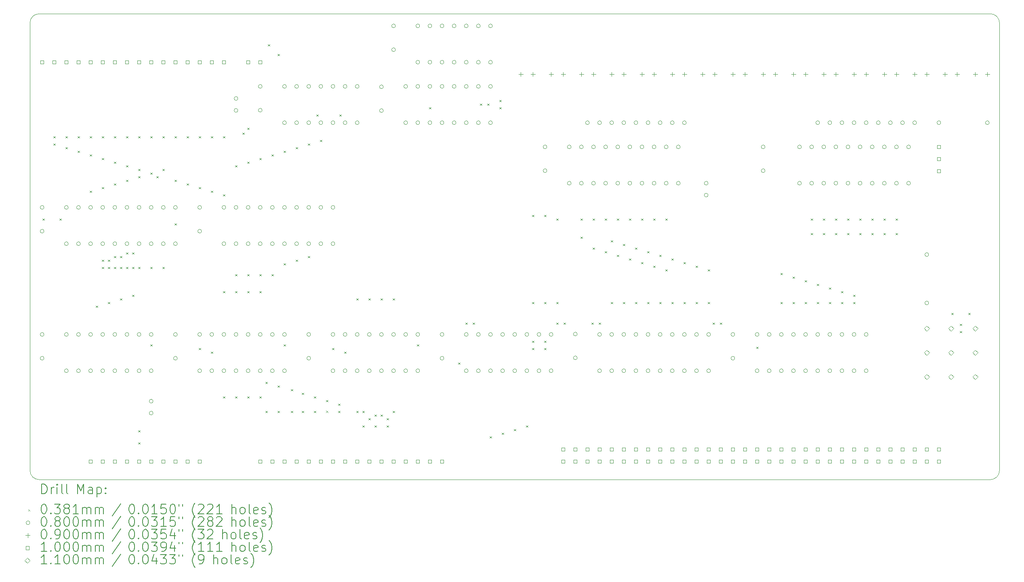
<source format=gbr>
%TF.GenerationSoftware,KiCad,Pcbnew,(7.0.0)*%
%TF.CreationDate,2024-11-17T17:32:06-08:00*%
%TF.ProjectId,offset_preset_counter,6f666673-6574-45f7-9072-657365745f63,rev?*%
%TF.SameCoordinates,Original*%
%TF.FileFunction,Drillmap*%
%TF.FilePolarity,Positive*%
%FSLAX45Y45*%
G04 Gerber Fmt 4.5, Leading zero omitted, Abs format (unit mm)*
G04 Created by KiCad (PCBNEW (7.0.0)) date 2024-11-17 17:32:06*
%MOMM*%
%LPD*%
G01*
G04 APERTURE LIST*
%ADD10C,0.050000*%
%ADD11C,0.200000*%
%ADD12C,0.038100*%
%ADD13C,0.080000*%
%ADD14C,0.090000*%
%ADD15C,0.100000*%
%ADD16C,0.110000*%
G04 APERTURE END LIST*
D10*
X5080000Y-14668500D02*
X5080000Y-5270500D01*
X5270500Y-5080000D02*
G75*
G03*
X5080000Y-5270500I0J-190500D01*
G01*
X25209500Y-14859000D02*
G75*
G03*
X25400000Y-14668500I0J190500D01*
G01*
X25400000Y-5270500D02*
X25400000Y-14668500D01*
X25209500Y-14859000D02*
X5270500Y-14859000D01*
X25400000Y-5270500D02*
G75*
G03*
X25209500Y-5080000I-190500J0D01*
G01*
X5080000Y-14668500D02*
G75*
G03*
X5270500Y-14859000I190500J0D01*
G01*
X5270500Y-5080000D02*
X25209500Y-5080000D01*
D11*
D12*
X5340350Y-9378950D02*
X5378450Y-9417050D01*
X5378450Y-9378950D02*
X5340350Y-9417050D01*
X5568950Y-7651750D02*
X5607050Y-7689850D01*
X5607050Y-7651750D02*
X5568950Y-7689850D01*
X5568950Y-7804150D02*
X5607050Y-7842250D01*
X5607050Y-7804150D02*
X5568950Y-7842250D01*
X5695950Y-9378950D02*
X5734050Y-9417050D01*
X5734050Y-9378950D02*
X5695950Y-9417050D01*
X5822950Y-7651750D02*
X5861050Y-7689850D01*
X5861050Y-7651750D02*
X5822950Y-7689850D01*
X5822950Y-7880350D02*
X5861050Y-7918450D01*
X5861050Y-7880350D02*
X5822950Y-7918450D01*
X6076950Y-7651750D02*
X6115050Y-7689850D01*
X6115050Y-7651750D02*
X6076950Y-7689850D01*
X6076950Y-7956550D02*
X6115050Y-7994650D01*
X6115050Y-7956550D02*
X6076950Y-7994650D01*
X6330950Y-7651750D02*
X6369050Y-7689850D01*
X6369050Y-7651750D02*
X6330950Y-7689850D01*
X6330950Y-8032750D02*
X6369050Y-8070850D01*
X6369050Y-8032750D02*
X6330950Y-8070850D01*
X6330950Y-8794750D02*
X6369050Y-8832850D01*
X6369050Y-8794750D02*
X6330950Y-8832850D01*
X6457950Y-11207750D02*
X6496050Y-11245850D01*
X6496050Y-11207750D02*
X6457950Y-11245850D01*
X6584950Y-7651750D02*
X6623050Y-7689850D01*
X6623050Y-7651750D02*
X6584950Y-7689850D01*
X6584950Y-8108950D02*
X6623050Y-8147050D01*
X6623050Y-8108950D02*
X6584950Y-8147050D01*
X6584950Y-8718550D02*
X6623050Y-8756650D01*
X6623050Y-8718550D02*
X6584950Y-8756650D01*
X6584950Y-10242550D02*
X6623050Y-10280650D01*
X6623050Y-10242550D02*
X6584950Y-10280650D01*
X6584950Y-10394950D02*
X6623050Y-10433050D01*
X6623050Y-10394950D02*
X6584950Y-10433050D01*
X6711950Y-10242550D02*
X6750050Y-10280650D01*
X6750050Y-10242550D02*
X6711950Y-10280650D01*
X6711950Y-10394950D02*
X6750050Y-10433050D01*
X6750050Y-10394950D02*
X6711950Y-10433050D01*
X6711950Y-11131550D02*
X6750050Y-11169650D01*
X6750050Y-11131550D02*
X6711950Y-11169650D01*
X6838950Y-7651750D02*
X6877050Y-7689850D01*
X6877050Y-7651750D02*
X6838950Y-7689850D01*
X6838950Y-8185150D02*
X6877050Y-8223250D01*
X6877050Y-8185150D02*
X6838950Y-8223250D01*
X6838950Y-8642350D02*
X6877050Y-8680450D01*
X6877050Y-8642350D02*
X6838950Y-8680450D01*
X6838950Y-10166350D02*
X6877050Y-10204450D01*
X6877050Y-10166350D02*
X6838950Y-10204450D01*
X6838950Y-10394950D02*
X6877050Y-10433050D01*
X6877050Y-10394950D02*
X6838950Y-10433050D01*
X6965950Y-10166350D02*
X7004050Y-10204450D01*
X7004050Y-10166350D02*
X6965950Y-10204450D01*
X6965950Y-10394950D02*
X7004050Y-10433050D01*
X7004050Y-10394950D02*
X6965950Y-10433050D01*
X6965950Y-11055350D02*
X7004050Y-11093450D01*
X7004050Y-11055350D02*
X6965950Y-11093450D01*
X7092950Y-7651750D02*
X7131050Y-7689850D01*
X7131050Y-7651750D02*
X7092950Y-7689850D01*
X7092950Y-8261350D02*
X7131050Y-8299450D01*
X7131050Y-8261350D02*
X7092950Y-8299450D01*
X7092950Y-8566150D02*
X7131050Y-8604250D01*
X7131050Y-8566150D02*
X7092950Y-8604250D01*
X7092950Y-10090150D02*
X7131050Y-10128250D01*
X7131050Y-10090150D02*
X7092950Y-10128250D01*
X7092950Y-10394950D02*
X7131050Y-10433050D01*
X7131050Y-10394950D02*
X7092950Y-10433050D01*
X7219950Y-10090150D02*
X7258050Y-10128250D01*
X7258050Y-10090150D02*
X7219950Y-10128250D01*
X7219950Y-10394950D02*
X7258050Y-10433050D01*
X7258050Y-10394950D02*
X7219950Y-10433050D01*
X7219950Y-10979150D02*
X7258050Y-11017250D01*
X7258050Y-10979150D02*
X7219950Y-11017250D01*
X7346950Y-7651750D02*
X7385050Y-7689850D01*
X7385050Y-7651750D02*
X7346950Y-7689850D01*
X7346950Y-8337550D02*
X7385050Y-8375650D01*
X7385050Y-8337550D02*
X7346950Y-8375650D01*
X7346950Y-8489950D02*
X7385050Y-8528050D01*
X7385050Y-8489950D02*
X7346950Y-8528050D01*
X7346950Y-10394950D02*
X7385050Y-10433050D01*
X7385050Y-10394950D02*
X7346950Y-10433050D01*
X7346950Y-13823950D02*
X7385050Y-13862050D01*
X7385050Y-13823950D02*
X7346950Y-13862050D01*
X7346950Y-14077950D02*
X7385050Y-14116050D01*
X7385050Y-14077950D02*
X7346950Y-14116050D01*
X7600950Y-7651750D02*
X7639050Y-7689850D01*
X7639050Y-7651750D02*
X7600950Y-7689850D01*
X7600950Y-8413750D02*
X7639050Y-8451850D01*
X7639050Y-8413750D02*
X7600950Y-8451850D01*
X7600950Y-10394950D02*
X7639050Y-10433050D01*
X7639050Y-10394950D02*
X7600950Y-10433050D01*
X7600950Y-12020550D02*
X7639050Y-12058650D01*
X7639050Y-12020550D02*
X7600950Y-12058650D01*
X7727950Y-8489950D02*
X7766050Y-8528050D01*
X7766050Y-8489950D02*
X7727950Y-8528050D01*
X7854950Y-7651750D02*
X7893050Y-7689850D01*
X7893050Y-7651750D02*
X7854950Y-7689850D01*
X7854950Y-8337550D02*
X7893050Y-8375650D01*
X7893050Y-8337550D02*
X7854950Y-8375650D01*
X7854950Y-10394950D02*
X7893050Y-10433050D01*
X7893050Y-10394950D02*
X7854950Y-10433050D01*
X8108950Y-7651750D02*
X8147050Y-7689850D01*
X8147050Y-7651750D02*
X8108950Y-7689850D01*
X8108950Y-8566150D02*
X8147050Y-8604250D01*
X8147050Y-8566150D02*
X8108950Y-8604250D01*
X8108950Y-9480550D02*
X8147050Y-9518650D01*
X8147050Y-9480550D02*
X8108950Y-9518650D01*
X8362950Y-7651750D02*
X8401050Y-7689850D01*
X8401050Y-7651750D02*
X8362950Y-7689850D01*
X8362950Y-8642350D02*
X8401050Y-8680450D01*
X8401050Y-8642350D02*
X8362950Y-8680450D01*
X8616950Y-7651750D02*
X8655050Y-7689850D01*
X8655050Y-7651750D02*
X8616950Y-7689850D01*
X8616950Y-8718550D02*
X8655050Y-8756650D01*
X8655050Y-8718550D02*
X8616950Y-8756650D01*
X8616950Y-12096750D02*
X8655050Y-12134850D01*
X8655050Y-12096750D02*
X8616950Y-12134850D01*
X8870950Y-7651750D02*
X8909050Y-7689850D01*
X8909050Y-7651750D02*
X8870950Y-7689850D01*
X8870950Y-8794750D02*
X8909050Y-8832850D01*
X8909050Y-8794750D02*
X8870950Y-8832850D01*
X8870950Y-12172950D02*
X8909050Y-12211050D01*
X8909050Y-12172950D02*
X8870950Y-12211050D01*
X9124950Y-7651750D02*
X9163050Y-7689850D01*
X9163050Y-7651750D02*
X9124950Y-7689850D01*
X9124950Y-8870950D02*
X9163050Y-8909050D01*
X9163050Y-8870950D02*
X9124950Y-8909050D01*
X9124950Y-10902950D02*
X9163050Y-10941050D01*
X9163050Y-10902950D02*
X9124950Y-10941050D01*
X9124950Y-13112750D02*
X9163050Y-13150850D01*
X9163050Y-13112750D02*
X9124950Y-13150850D01*
X9378950Y-8261350D02*
X9417050Y-8299450D01*
X9417050Y-8261350D02*
X9378950Y-8299450D01*
X9378950Y-10547350D02*
X9417050Y-10585450D01*
X9417050Y-10547350D02*
X9378950Y-10585450D01*
X9378950Y-10902950D02*
X9417050Y-10941050D01*
X9417050Y-10902950D02*
X9378950Y-10941050D01*
X9378950Y-13112750D02*
X9417050Y-13150850D01*
X9417050Y-13112750D02*
X9378950Y-13150850D01*
X9531350Y-7575550D02*
X9569450Y-7613650D01*
X9569450Y-7575550D02*
X9531350Y-7613650D01*
X9632950Y-7473950D02*
X9671050Y-7512050D01*
X9671050Y-7473950D02*
X9632950Y-7512050D01*
X9632950Y-8185150D02*
X9671050Y-8223250D01*
X9671050Y-8185150D02*
X9632950Y-8223250D01*
X9632950Y-10547350D02*
X9671050Y-10585450D01*
X9671050Y-10547350D02*
X9632950Y-10585450D01*
X9632950Y-10902950D02*
X9671050Y-10941050D01*
X9671050Y-10902950D02*
X9632950Y-10941050D01*
X9632950Y-13112750D02*
X9671050Y-13150850D01*
X9671050Y-13112750D02*
X9632950Y-13150850D01*
X9886950Y-8108950D02*
X9925050Y-8147050D01*
X9925050Y-8108950D02*
X9886950Y-8147050D01*
X9886950Y-10547350D02*
X9925050Y-10585450D01*
X9925050Y-10547350D02*
X9886950Y-10585450D01*
X9886950Y-10902950D02*
X9925050Y-10941050D01*
X9925050Y-10902950D02*
X9886950Y-10941050D01*
X9886950Y-13112750D02*
X9925050Y-13150850D01*
X9925050Y-13112750D02*
X9886950Y-13150850D01*
X10013950Y-12807950D02*
X10052050Y-12846050D01*
X10052050Y-12807950D02*
X10013950Y-12846050D01*
X10013950Y-13417550D02*
X10052050Y-13455650D01*
X10052050Y-13417550D02*
X10013950Y-13455650D01*
X10064750Y-5721350D02*
X10102850Y-5759450D01*
X10102850Y-5721350D02*
X10064750Y-5759450D01*
X10140950Y-8032750D02*
X10179050Y-8070850D01*
X10179050Y-8032750D02*
X10140950Y-8070850D01*
X10140950Y-10547350D02*
X10179050Y-10585450D01*
X10179050Y-10547350D02*
X10140950Y-10585450D01*
X10267950Y-5924550D02*
X10306050Y-5962650D01*
X10306050Y-5924550D02*
X10267950Y-5962650D01*
X10267950Y-12884150D02*
X10306050Y-12922250D01*
X10306050Y-12884150D02*
X10267950Y-12922250D01*
X10267950Y-13417550D02*
X10306050Y-13455650D01*
X10306050Y-13417550D02*
X10267950Y-13455650D01*
X10394950Y-7956550D02*
X10433050Y-7994650D01*
X10433050Y-7956550D02*
X10394950Y-7994650D01*
X10394950Y-10318750D02*
X10433050Y-10356850D01*
X10433050Y-10318750D02*
X10394950Y-10356850D01*
X10394950Y-12020550D02*
X10433050Y-12058650D01*
X10433050Y-12020550D02*
X10394950Y-12058650D01*
X10547350Y-12960350D02*
X10585450Y-12998450D01*
X10585450Y-12960350D02*
X10547350Y-12998450D01*
X10547350Y-13417550D02*
X10585450Y-13455650D01*
X10585450Y-13417550D02*
X10547350Y-13455650D01*
X10648950Y-7880350D02*
X10687050Y-7918450D01*
X10687050Y-7880350D02*
X10648950Y-7918450D01*
X10648950Y-10242550D02*
X10687050Y-10280650D01*
X10687050Y-10242550D02*
X10648950Y-10280650D01*
X10775950Y-13036550D02*
X10814050Y-13074650D01*
X10814050Y-13036550D02*
X10775950Y-13074650D01*
X10775950Y-13417550D02*
X10814050Y-13455650D01*
X10814050Y-13417550D02*
X10775950Y-13455650D01*
X10902950Y-7804150D02*
X10941050Y-7842250D01*
X10941050Y-7804150D02*
X10902950Y-7842250D01*
X10902950Y-10166350D02*
X10941050Y-10204450D01*
X10941050Y-10166350D02*
X10902950Y-10204450D01*
X11029950Y-13112750D02*
X11068050Y-13150850D01*
X11068050Y-13112750D02*
X11029950Y-13150850D01*
X11029950Y-13417550D02*
X11068050Y-13455650D01*
X11068050Y-13417550D02*
X11029950Y-13455650D01*
X11080750Y-7194550D02*
X11118850Y-7232650D01*
X11118850Y-7194550D02*
X11080750Y-7232650D01*
X11156950Y-7727950D02*
X11195050Y-7766050D01*
X11195050Y-7727950D02*
X11156950Y-7766050D01*
X11283950Y-13188950D02*
X11322050Y-13227050D01*
X11322050Y-13188950D02*
X11283950Y-13227050D01*
X11283950Y-13412100D02*
X11322050Y-13450200D01*
X11322050Y-13412100D02*
X11283950Y-13450200D01*
X11410950Y-12096750D02*
X11449050Y-12134850D01*
X11449050Y-12096750D02*
X11410950Y-12134850D01*
X11537950Y-13265150D02*
X11576050Y-13303250D01*
X11576050Y-13265150D02*
X11537950Y-13303250D01*
X11537950Y-13417550D02*
X11576050Y-13455650D01*
X11576050Y-13417550D02*
X11537950Y-13455650D01*
X11563350Y-7194550D02*
X11601450Y-7232650D01*
X11601450Y-7194550D02*
X11563350Y-7232650D01*
X11664950Y-12172950D02*
X11703050Y-12211050D01*
X11703050Y-12172950D02*
X11664950Y-12211050D01*
X11918950Y-11055350D02*
X11957050Y-11093450D01*
X11957050Y-11055350D02*
X11918950Y-11093450D01*
X11918950Y-13417550D02*
X11957050Y-13455650D01*
X11957050Y-13417550D02*
X11918950Y-13455650D01*
X12045950Y-13417550D02*
X12084050Y-13455650D01*
X12084050Y-13417550D02*
X12045950Y-13455650D01*
X12045950Y-13722350D02*
X12084050Y-13760450D01*
X12084050Y-13722350D02*
X12045950Y-13760450D01*
X12172950Y-11055350D02*
X12211050Y-11093450D01*
X12211050Y-11055350D02*
X12172950Y-11093450D01*
X12172950Y-13569950D02*
X12211050Y-13608050D01*
X12211050Y-13569950D02*
X12172950Y-13608050D01*
X12299950Y-13493750D02*
X12338050Y-13531850D01*
X12338050Y-13493750D02*
X12299950Y-13531850D01*
X12299950Y-13722350D02*
X12338050Y-13760450D01*
X12338050Y-13722350D02*
X12299950Y-13760450D01*
X12426950Y-11055350D02*
X12465050Y-11093450D01*
X12465050Y-11055350D02*
X12426950Y-11093450D01*
X12426950Y-13493750D02*
X12465050Y-13531850D01*
X12465050Y-13493750D02*
X12426950Y-13531850D01*
X12553950Y-13569950D02*
X12592050Y-13608050D01*
X12592050Y-13569950D02*
X12553950Y-13608050D01*
X12553950Y-13722350D02*
X12592050Y-13760450D01*
X12592050Y-13722350D02*
X12553950Y-13760450D01*
X12680950Y-11055350D02*
X12719050Y-11093450D01*
X12719050Y-11055350D02*
X12680950Y-11093450D01*
X12680950Y-13417550D02*
X12719050Y-13455650D01*
X12719050Y-13417550D02*
X12680950Y-13455650D01*
X13188950Y-12020550D02*
X13227050Y-12058650D01*
X13227050Y-12020550D02*
X13188950Y-12058650D01*
X13442950Y-7042150D02*
X13481050Y-7080250D01*
X13481050Y-7042150D02*
X13442950Y-7080250D01*
X14052550Y-12401550D02*
X14090650Y-12439650D01*
X14090650Y-12401550D02*
X14052550Y-12439650D01*
X14204950Y-11563350D02*
X14243050Y-11601450D01*
X14243050Y-11563350D02*
X14204950Y-11601450D01*
X14357350Y-11563350D02*
X14395450Y-11601450D01*
X14395450Y-11563350D02*
X14357350Y-11601450D01*
X14509750Y-6965950D02*
X14547850Y-7004050D01*
X14547850Y-6965950D02*
X14509750Y-7004050D01*
X14662150Y-6965950D02*
X14700250Y-7004050D01*
X14700250Y-6965950D02*
X14662150Y-7004050D01*
X14712950Y-13950950D02*
X14751050Y-13989050D01*
X14751050Y-13950950D02*
X14712950Y-13989050D01*
X14916150Y-6889750D02*
X14954250Y-6927850D01*
X14954250Y-6889750D02*
X14916150Y-6927850D01*
X14916150Y-7042150D02*
X14954250Y-7080250D01*
X14954250Y-7042150D02*
X14916150Y-7080250D01*
X14966950Y-13874750D02*
X15005050Y-13912850D01*
X15005050Y-13874750D02*
X14966950Y-13912850D01*
X15220950Y-13798550D02*
X15259050Y-13836650D01*
X15259050Y-13798550D02*
X15220950Y-13836650D01*
X15474950Y-13722350D02*
X15513050Y-13760450D01*
X15513050Y-13722350D02*
X15474950Y-13760450D01*
X15601950Y-9302750D02*
X15640050Y-9340850D01*
X15640050Y-9302750D02*
X15601950Y-9340850D01*
X15601950Y-11131550D02*
X15640050Y-11169650D01*
X15640050Y-11131550D02*
X15601950Y-11169650D01*
X15601950Y-11944350D02*
X15640050Y-11982450D01*
X15640050Y-11944350D02*
X15601950Y-11982450D01*
X15601950Y-12096750D02*
X15640050Y-12134850D01*
X15640050Y-12096750D02*
X15601950Y-12134850D01*
X15855950Y-9302750D02*
X15894050Y-9340850D01*
X15894050Y-9302750D02*
X15855950Y-9340850D01*
X15855950Y-11131550D02*
X15894050Y-11169650D01*
X15894050Y-11131550D02*
X15855950Y-11169650D01*
X15855950Y-11944350D02*
X15894050Y-11982450D01*
X15894050Y-11944350D02*
X15855950Y-11982450D01*
X15855950Y-12096750D02*
X15894050Y-12134850D01*
X15894050Y-12096750D02*
X15855950Y-12134850D01*
X16109950Y-9378950D02*
X16148050Y-9417050D01*
X16148050Y-9378950D02*
X16109950Y-9417050D01*
X16109950Y-11131550D02*
X16148050Y-11169650D01*
X16148050Y-11131550D02*
X16109950Y-11169650D01*
X16109950Y-11563350D02*
X16148050Y-11601450D01*
X16148050Y-11563350D02*
X16109950Y-11601450D01*
X16262350Y-11563350D02*
X16300450Y-11601450D01*
X16300450Y-11563350D02*
X16262350Y-11601450D01*
X16617950Y-9378950D02*
X16656050Y-9417050D01*
X16656050Y-9378950D02*
X16617950Y-9417050D01*
X16617950Y-9759950D02*
X16656050Y-9798050D01*
X16656050Y-9759950D02*
X16617950Y-9798050D01*
X16846550Y-11563350D02*
X16884650Y-11601450D01*
X16884650Y-11563350D02*
X16846550Y-11601450D01*
X16871950Y-9378950D02*
X16910050Y-9417050D01*
X16910050Y-9378950D02*
X16871950Y-9417050D01*
X16871950Y-9988550D02*
X16910050Y-10026650D01*
X16910050Y-9988550D02*
X16871950Y-10026650D01*
X16998950Y-11563350D02*
X17037050Y-11601450D01*
X17037050Y-11563350D02*
X16998950Y-11601450D01*
X17125950Y-9378950D02*
X17164050Y-9417050D01*
X17164050Y-9378950D02*
X17125950Y-9417050D01*
X17125950Y-10064750D02*
X17164050Y-10102850D01*
X17164050Y-10064750D02*
X17125950Y-10102850D01*
X17252950Y-9836150D02*
X17291050Y-9874250D01*
X17291050Y-9836150D02*
X17252950Y-9874250D01*
X17252950Y-11131550D02*
X17291050Y-11169650D01*
X17291050Y-11131550D02*
X17252950Y-11169650D01*
X17379950Y-9378950D02*
X17418050Y-9417050D01*
X17418050Y-9378950D02*
X17379950Y-9417050D01*
X17379950Y-10140950D02*
X17418050Y-10179050D01*
X17418050Y-10140950D02*
X17379950Y-10179050D01*
X17506950Y-9912350D02*
X17545050Y-9950450D01*
X17545050Y-9912350D02*
X17506950Y-9950450D01*
X17506950Y-11131550D02*
X17545050Y-11169650D01*
X17545050Y-11131550D02*
X17506950Y-11169650D01*
X17633950Y-9378950D02*
X17672050Y-9417050D01*
X17672050Y-9378950D02*
X17633950Y-9417050D01*
X17633950Y-10217150D02*
X17672050Y-10255250D01*
X17672050Y-10217150D02*
X17633950Y-10255250D01*
X17760950Y-9988550D02*
X17799050Y-10026650D01*
X17799050Y-9988550D02*
X17760950Y-10026650D01*
X17760950Y-11131550D02*
X17799050Y-11169650D01*
X17799050Y-11131550D02*
X17760950Y-11169650D01*
X17887950Y-9378950D02*
X17926050Y-9417050D01*
X17926050Y-9378950D02*
X17887950Y-9417050D01*
X17887950Y-10293350D02*
X17926050Y-10331450D01*
X17926050Y-10293350D02*
X17887950Y-10331450D01*
X18014950Y-10064750D02*
X18053050Y-10102850D01*
X18053050Y-10064750D02*
X18014950Y-10102850D01*
X18014950Y-11131550D02*
X18053050Y-11169650D01*
X18053050Y-11131550D02*
X18014950Y-11169650D01*
X18141950Y-9378950D02*
X18180050Y-9417050D01*
X18180050Y-9378950D02*
X18141950Y-9417050D01*
X18141950Y-10369550D02*
X18180050Y-10407650D01*
X18180050Y-10369550D02*
X18141950Y-10407650D01*
X18268950Y-10140950D02*
X18307050Y-10179050D01*
X18307050Y-10140950D02*
X18268950Y-10179050D01*
X18268950Y-11131550D02*
X18307050Y-11169650D01*
X18307050Y-11131550D02*
X18268950Y-11169650D01*
X18395950Y-9378950D02*
X18434050Y-9417050D01*
X18434050Y-9378950D02*
X18395950Y-9417050D01*
X18395950Y-10445750D02*
X18434050Y-10483850D01*
X18434050Y-10445750D02*
X18395950Y-10483850D01*
X18522950Y-10217150D02*
X18561050Y-10255250D01*
X18561050Y-10217150D02*
X18522950Y-10255250D01*
X18522950Y-11131550D02*
X18561050Y-11169650D01*
X18561050Y-11131550D02*
X18522950Y-11169650D01*
X18776950Y-10293350D02*
X18815050Y-10331450D01*
X18815050Y-10293350D02*
X18776950Y-10331450D01*
X18776950Y-11131550D02*
X18815050Y-11169650D01*
X18815050Y-11131550D02*
X18776950Y-11169650D01*
X19030950Y-10369550D02*
X19069050Y-10407650D01*
X19069050Y-10369550D02*
X19030950Y-10407650D01*
X19030950Y-11131550D02*
X19069050Y-11169650D01*
X19069050Y-11131550D02*
X19030950Y-11169650D01*
X19284950Y-10445750D02*
X19323050Y-10483850D01*
X19323050Y-10445750D02*
X19284950Y-10483850D01*
X19284950Y-11131550D02*
X19323050Y-11169650D01*
X19323050Y-11131550D02*
X19284950Y-11169650D01*
X19386550Y-11563350D02*
X19424650Y-11601450D01*
X19424650Y-11563350D02*
X19386550Y-11601450D01*
X19538950Y-11563350D02*
X19577050Y-11601450D01*
X19577050Y-11563350D02*
X19538950Y-11601450D01*
X20300950Y-12071350D02*
X20339050Y-12109450D01*
X20339050Y-12071350D02*
X20300950Y-12109450D01*
X20808950Y-10521950D02*
X20847050Y-10560050D01*
X20847050Y-10521950D02*
X20808950Y-10560050D01*
X20808950Y-11131550D02*
X20847050Y-11169650D01*
X20847050Y-11131550D02*
X20808950Y-11169650D01*
X21062950Y-10598150D02*
X21101050Y-10636250D01*
X21101050Y-10598150D02*
X21062950Y-10636250D01*
X21062950Y-11131550D02*
X21101050Y-11169650D01*
X21101050Y-11131550D02*
X21062950Y-11169650D01*
X21316950Y-10674350D02*
X21355050Y-10712450D01*
X21355050Y-10674350D02*
X21316950Y-10712450D01*
X21316950Y-11131550D02*
X21355050Y-11169650D01*
X21355050Y-11131550D02*
X21316950Y-11169650D01*
X21443950Y-9378950D02*
X21482050Y-9417050D01*
X21482050Y-9378950D02*
X21443950Y-9417050D01*
X21443950Y-9683750D02*
X21482050Y-9721850D01*
X21482050Y-9683750D02*
X21443950Y-9721850D01*
X21570950Y-10750550D02*
X21609050Y-10788650D01*
X21609050Y-10750550D02*
X21570950Y-10788650D01*
X21570950Y-11131550D02*
X21609050Y-11169650D01*
X21609050Y-11131550D02*
X21570950Y-11169650D01*
X21697950Y-9378950D02*
X21736050Y-9417050D01*
X21736050Y-9378950D02*
X21697950Y-9417050D01*
X21697950Y-9683750D02*
X21736050Y-9721850D01*
X21736050Y-9683750D02*
X21697950Y-9721850D01*
X21824950Y-10826750D02*
X21863050Y-10864850D01*
X21863050Y-10826750D02*
X21824950Y-10864850D01*
X21824950Y-11131550D02*
X21863050Y-11169650D01*
X21863050Y-11131550D02*
X21824950Y-11169650D01*
X21951950Y-9378950D02*
X21990050Y-9417050D01*
X21990050Y-9378950D02*
X21951950Y-9417050D01*
X21951950Y-9683750D02*
X21990050Y-9721850D01*
X21990050Y-9683750D02*
X21951950Y-9721850D01*
X22078950Y-10902950D02*
X22117050Y-10941050D01*
X22117050Y-10902950D02*
X22078950Y-10941050D01*
X22078950Y-11131550D02*
X22117050Y-11169650D01*
X22117050Y-11131550D02*
X22078950Y-11169650D01*
X22205950Y-9378950D02*
X22244050Y-9417050D01*
X22244050Y-9378950D02*
X22205950Y-9417050D01*
X22205950Y-9683750D02*
X22244050Y-9721850D01*
X22244050Y-9683750D02*
X22205950Y-9721850D01*
X22332950Y-10979150D02*
X22371050Y-11017250D01*
X22371050Y-10979150D02*
X22332950Y-11017250D01*
X22332950Y-11131550D02*
X22371050Y-11169650D01*
X22371050Y-11131550D02*
X22332950Y-11169650D01*
X22459950Y-9378950D02*
X22498050Y-9417050D01*
X22498050Y-9378950D02*
X22459950Y-9417050D01*
X22459950Y-9683750D02*
X22498050Y-9721850D01*
X22498050Y-9683750D02*
X22459950Y-9721850D01*
X22713950Y-9378950D02*
X22752050Y-9417050D01*
X22752050Y-9378950D02*
X22713950Y-9417050D01*
X22713950Y-9683750D02*
X22752050Y-9721850D01*
X22752050Y-9683750D02*
X22713950Y-9721850D01*
X22967950Y-9378950D02*
X23006050Y-9417050D01*
X23006050Y-9378950D02*
X22967950Y-9417050D01*
X22967950Y-9683750D02*
X23006050Y-9721850D01*
X23006050Y-9683750D02*
X22967950Y-9721850D01*
X23221950Y-9378950D02*
X23260050Y-9417050D01*
X23260050Y-9378950D02*
X23221950Y-9417050D01*
X23221950Y-9683750D02*
X23260050Y-9721850D01*
X23260050Y-9683750D02*
X23221950Y-9721850D01*
X24390350Y-11360150D02*
X24428450Y-11398250D01*
X24428450Y-11360150D02*
X24390350Y-11398250D01*
X24568150Y-11588750D02*
X24606250Y-11626850D01*
X24606250Y-11588750D02*
X24568150Y-11626850D01*
X24568150Y-11741150D02*
X24606250Y-11779250D01*
X24606250Y-11741150D02*
X24568150Y-11779250D01*
X24745950Y-11360150D02*
X24784050Y-11398250D01*
X24784050Y-11360150D02*
X24745950Y-11398250D01*
D13*
X5374000Y-9144000D02*
G75*
G03*
X5374000Y-9144000I-40000J0D01*
G01*
X5374000Y-9644000D02*
G75*
G03*
X5374000Y-9644000I-40000J0D01*
G01*
X5374000Y-11811000D02*
G75*
G03*
X5374000Y-11811000I-40000J0D01*
G01*
X5374000Y-12311000D02*
G75*
G03*
X5374000Y-12311000I-40000J0D01*
G01*
X5882000Y-9144000D02*
G75*
G03*
X5882000Y-9144000I-40000J0D01*
G01*
X5882000Y-9906000D02*
G75*
G03*
X5882000Y-9906000I-40000J0D01*
G01*
X5882000Y-11811000D02*
G75*
G03*
X5882000Y-11811000I-40000J0D01*
G01*
X5882000Y-12573000D02*
G75*
G03*
X5882000Y-12573000I-40000J0D01*
G01*
X6136000Y-9144000D02*
G75*
G03*
X6136000Y-9144000I-40000J0D01*
G01*
X6136000Y-9906000D02*
G75*
G03*
X6136000Y-9906000I-40000J0D01*
G01*
X6136000Y-11811000D02*
G75*
G03*
X6136000Y-11811000I-40000J0D01*
G01*
X6136000Y-12573000D02*
G75*
G03*
X6136000Y-12573000I-40000J0D01*
G01*
X6390000Y-9144000D02*
G75*
G03*
X6390000Y-9144000I-40000J0D01*
G01*
X6390000Y-9906000D02*
G75*
G03*
X6390000Y-9906000I-40000J0D01*
G01*
X6390000Y-11811000D02*
G75*
G03*
X6390000Y-11811000I-40000J0D01*
G01*
X6390000Y-12573000D02*
G75*
G03*
X6390000Y-12573000I-40000J0D01*
G01*
X6644000Y-9144000D02*
G75*
G03*
X6644000Y-9144000I-40000J0D01*
G01*
X6644000Y-9906000D02*
G75*
G03*
X6644000Y-9906000I-40000J0D01*
G01*
X6644000Y-11811000D02*
G75*
G03*
X6644000Y-11811000I-40000J0D01*
G01*
X6644000Y-12573000D02*
G75*
G03*
X6644000Y-12573000I-40000J0D01*
G01*
X6898000Y-9144000D02*
G75*
G03*
X6898000Y-9144000I-40000J0D01*
G01*
X6898000Y-9906000D02*
G75*
G03*
X6898000Y-9906000I-40000J0D01*
G01*
X6898000Y-11811000D02*
G75*
G03*
X6898000Y-11811000I-40000J0D01*
G01*
X6898000Y-12573000D02*
G75*
G03*
X6898000Y-12573000I-40000J0D01*
G01*
X7152000Y-9144000D02*
G75*
G03*
X7152000Y-9144000I-40000J0D01*
G01*
X7152000Y-9906000D02*
G75*
G03*
X7152000Y-9906000I-40000J0D01*
G01*
X7152000Y-11811000D02*
G75*
G03*
X7152000Y-11811000I-40000J0D01*
G01*
X7152000Y-12573000D02*
G75*
G03*
X7152000Y-12573000I-40000J0D01*
G01*
X7406000Y-9144000D02*
G75*
G03*
X7406000Y-9144000I-40000J0D01*
G01*
X7406000Y-9906000D02*
G75*
G03*
X7406000Y-9906000I-40000J0D01*
G01*
X7406000Y-11811000D02*
G75*
G03*
X7406000Y-11811000I-40000J0D01*
G01*
X7406000Y-12573000D02*
G75*
G03*
X7406000Y-12573000I-40000J0D01*
G01*
X7660000Y-9144000D02*
G75*
G03*
X7660000Y-9144000I-40000J0D01*
G01*
X7660000Y-9906000D02*
G75*
G03*
X7660000Y-9906000I-40000J0D01*
G01*
X7660000Y-11811000D02*
G75*
G03*
X7660000Y-11811000I-40000J0D01*
G01*
X7660000Y-12573000D02*
G75*
G03*
X7660000Y-12573000I-40000J0D01*
G01*
X7660000Y-13212000D02*
G75*
G03*
X7660000Y-13212000I-40000J0D01*
G01*
X7660000Y-13462000D02*
G75*
G03*
X7660000Y-13462000I-40000J0D01*
G01*
X7914000Y-9144000D02*
G75*
G03*
X7914000Y-9144000I-40000J0D01*
G01*
X7914000Y-9906000D02*
G75*
G03*
X7914000Y-9906000I-40000J0D01*
G01*
X8168000Y-9144000D02*
G75*
G03*
X8168000Y-9144000I-40000J0D01*
G01*
X8168000Y-9906000D02*
G75*
G03*
X8168000Y-9906000I-40000J0D01*
G01*
X8168000Y-11811000D02*
G75*
G03*
X8168000Y-11811000I-40000J0D01*
G01*
X8168000Y-12311000D02*
G75*
G03*
X8168000Y-12311000I-40000J0D01*
G01*
X8676000Y-9144000D02*
G75*
G03*
X8676000Y-9144000I-40000J0D01*
G01*
X8676000Y-9644000D02*
G75*
G03*
X8676000Y-9644000I-40000J0D01*
G01*
X8676000Y-11811000D02*
G75*
G03*
X8676000Y-11811000I-40000J0D01*
G01*
X8676000Y-12573000D02*
G75*
G03*
X8676000Y-12573000I-40000J0D01*
G01*
X8930000Y-11811000D02*
G75*
G03*
X8930000Y-11811000I-40000J0D01*
G01*
X8930000Y-12573000D02*
G75*
G03*
X8930000Y-12573000I-40000J0D01*
G01*
X9184000Y-9144000D02*
G75*
G03*
X9184000Y-9144000I-40000J0D01*
G01*
X9184000Y-9906000D02*
G75*
G03*
X9184000Y-9906000I-40000J0D01*
G01*
X9184000Y-11811000D02*
G75*
G03*
X9184000Y-11811000I-40000J0D01*
G01*
X9184000Y-12573000D02*
G75*
G03*
X9184000Y-12573000I-40000J0D01*
G01*
X9438000Y-6858000D02*
G75*
G03*
X9438000Y-6858000I-40000J0D01*
G01*
X9438000Y-7108000D02*
G75*
G03*
X9438000Y-7108000I-40000J0D01*
G01*
X9438000Y-9144000D02*
G75*
G03*
X9438000Y-9144000I-40000J0D01*
G01*
X9438000Y-9906000D02*
G75*
G03*
X9438000Y-9906000I-40000J0D01*
G01*
X9438000Y-11811000D02*
G75*
G03*
X9438000Y-11811000I-40000J0D01*
G01*
X9438000Y-12573000D02*
G75*
G03*
X9438000Y-12573000I-40000J0D01*
G01*
X9692000Y-9144000D02*
G75*
G03*
X9692000Y-9144000I-40000J0D01*
G01*
X9692000Y-9906000D02*
G75*
G03*
X9692000Y-9906000I-40000J0D01*
G01*
X9692000Y-11811000D02*
G75*
G03*
X9692000Y-11811000I-40000J0D01*
G01*
X9692000Y-12573000D02*
G75*
G03*
X9692000Y-12573000I-40000J0D01*
G01*
X9946000Y-6604000D02*
G75*
G03*
X9946000Y-6604000I-40000J0D01*
G01*
X9946000Y-7104000D02*
G75*
G03*
X9946000Y-7104000I-40000J0D01*
G01*
X9946000Y-9144000D02*
G75*
G03*
X9946000Y-9144000I-40000J0D01*
G01*
X9946000Y-9906000D02*
G75*
G03*
X9946000Y-9906000I-40000J0D01*
G01*
X9946000Y-11811000D02*
G75*
G03*
X9946000Y-11811000I-40000J0D01*
G01*
X9946000Y-12573000D02*
G75*
G03*
X9946000Y-12573000I-40000J0D01*
G01*
X10200000Y-9144000D02*
G75*
G03*
X10200000Y-9144000I-40000J0D01*
G01*
X10200000Y-9906000D02*
G75*
G03*
X10200000Y-9906000I-40000J0D01*
G01*
X10200000Y-11811000D02*
G75*
G03*
X10200000Y-11811000I-40000J0D01*
G01*
X10200000Y-12573000D02*
G75*
G03*
X10200000Y-12573000I-40000J0D01*
G01*
X10454000Y-6604000D02*
G75*
G03*
X10454000Y-6604000I-40000J0D01*
G01*
X10454000Y-7366000D02*
G75*
G03*
X10454000Y-7366000I-40000J0D01*
G01*
X10454000Y-9144000D02*
G75*
G03*
X10454000Y-9144000I-40000J0D01*
G01*
X10454000Y-9906000D02*
G75*
G03*
X10454000Y-9906000I-40000J0D01*
G01*
X10454000Y-11811000D02*
G75*
G03*
X10454000Y-11811000I-40000J0D01*
G01*
X10454000Y-12573000D02*
G75*
G03*
X10454000Y-12573000I-40000J0D01*
G01*
X10708000Y-6604000D02*
G75*
G03*
X10708000Y-6604000I-40000J0D01*
G01*
X10708000Y-7366000D02*
G75*
G03*
X10708000Y-7366000I-40000J0D01*
G01*
X10708000Y-9144000D02*
G75*
G03*
X10708000Y-9144000I-40000J0D01*
G01*
X10708000Y-9906000D02*
G75*
G03*
X10708000Y-9906000I-40000J0D01*
G01*
X10962000Y-6604000D02*
G75*
G03*
X10962000Y-6604000I-40000J0D01*
G01*
X10962000Y-7366000D02*
G75*
G03*
X10962000Y-7366000I-40000J0D01*
G01*
X10962000Y-9144000D02*
G75*
G03*
X10962000Y-9144000I-40000J0D01*
G01*
X10962000Y-9906000D02*
G75*
G03*
X10962000Y-9906000I-40000J0D01*
G01*
X10962000Y-11811000D02*
G75*
G03*
X10962000Y-11811000I-40000J0D01*
G01*
X10962000Y-12311000D02*
G75*
G03*
X10962000Y-12311000I-40000J0D01*
G01*
X11216000Y-6604000D02*
G75*
G03*
X11216000Y-6604000I-40000J0D01*
G01*
X11216000Y-7366000D02*
G75*
G03*
X11216000Y-7366000I-40000J0D01*
G01*
X11216000Y-9144000D02*
G75*
G03*
X11216000Y-9144000I-40000J0D01*
G01*
X11216000Y-9906000D02*
G75*
G03*
X11216000Y-9906000I-40000J0D01*
G01*
X11470000Y-6604000D02*
G75*
G03*
X11470000Y-6604000I-40000J0D01*
G01*
X11470000Y-7366000D02*
G75*
G03*
X11470000Y-7366000I-40000J0D01*
G01*
X11470000Y-9144000D02*
G75*
G03*
X11470000Y-9144000I-40000J0D01*
G01*
X11470000Y-9906000D02*
G75*
G03*
X11470000Y-9906000I-40000J0D01*
G01*
X11470000Y-11811000D02*
G75*
G03*
X11470000Y-11811000I-40000J0D01*
G01*
X11470000Y-12573000D02*
G75*
G03*
X11470000Y-12573000I-40000J0D01*
G01*
X11724000Y-6604000D02*
G75*
G03*
X11724000Y-6604000I-40000J0D01*
G01*
X11724000Y-7366000D02*
G75*
G03*
X11724000Y-7366000I-40000J0D01*
G01*
X11724000Y-11811000D02*
G75*
G03*
X11724000Y-11811000I-40000J0D01*
G01*
X11724000Y-12573000D02*
G75*
G03*
X11724000Y-12573000I-40000J0D01*
G01*
X11978000Y-6604000D02*
G75*
G03*
X11978000Y-6604000I-40000J0D01*
G01*
X11978000Y-7366000D02*
G75*
G03*
X11978000Y-7366000I-40000J0D01*
G01*
X11978000Y-11811000D02*
G75*
G03*
X11978000Y-11811000I-40000J0D01*
G01*
X11978000Y-12573000D02*
G75*
G03*
X11978000Y-12573000I-40000J0D01*
G01*
X12232000Y-11811000D02*
G75*
G03*
X12232000Y-11811000I-40000J0D01*
G01*
X12232000Y-12573000D02*
G75*
G03*
X12232000Y-12573000I-40000J0D01*
G01*
X12486000Y-6612000D02*
G75*
G03*
X12486000Y-6612000I-40000J0D01*
G01*
X12486000Y-7112000D02*
G75*
G03*
X12486000Y-7112000I-40000J0D01*
G01*
X12486000Y-11811000D02*
G75*
G03*
X12486000Y-11811000I-40000J0D01*
G01*
X12486000Y-12573000D02*
G75*
G03*
X12486000Y-12573000I-40000J0D01*
G01*
X12740000Y-5334000D02*
G75*
G03*
X12740000Y-5334000I-40000J0D01*
G01*
X12740000Y-5834000D02*
G75*
G03*
X12740000Y-5834000I-40000J0D01*
G01*
X12740000Y-11811000D02*
G75*
G03*
X12740000Y-11811000I-40000J0D01*
G01*
X12740000Y-12573000D02*
G75*
G03*
X12740000Y-12573000I-40000J0D01*
G01*
X12994000Y-6604000D02*
G75*
G03*
X12994000Y-6604000I-40000J0D01*
G01*
X12994000Y-7366000D02*
G75*
G03*
X12994000Y-7366000I-40000J0D01*
G01*
X12994000Y-11811000D02*
G75*
G03*
X12994000Y-11811000I-40000J0D01*
G01*
X12994000Y-12573000D02*
G75*
G03*
X12994000Y-12573000I-40000J0D01*
G01*
X13248000Y-5334000D02*
G75*
G03*
X13248000Y-5334000I-40000J0D01*
G01*
X13248000Y-6096000D02*
G75*
G03*
X13248000Y-6096000I-40000J0D01*
G01*
X13248000Y-6604000D02*
G75*
G03*
X13248000Y-6604000I-40000J0D01*
G01*
X13248000Y-7366000D02*
G75*
G03*
X13248000Y-7366000I-40000J0D01*
G01*
X13248000Y-11811000D02*
G75*
G03*
X13248000Y-11811000I-40000J0D01*
G01*
X13248000Y-12573000D02*
G75*
G03*
X13248000Y-12573000I-40000J0D01*
G01*
X13502000Y-5334000D02*
G75*
G03*
X13502000Y-5334000I-40000J0D01*
G01*
X13502000Y-6096000D02*
G75*
G03*
X13502000Y-6096000I-40000J0D01*
G01*
X13502000Y-6604000D02*
G75*
G03*
X13502000Y-6604000I-40000J0D01*
G01*
X13502000Y-7366000D02*
G75*
G03*
X13502000Y-7366000I-40000J0D01*
G01*
X13756000Y-5334000D02*
G75*
G03*
X13756000Y-5334000I-40000J0D01*
G01*
X13756000Y-6096000D02*
G75*
G03*
X13756000Y-6096000I-40000J0D01*
G01*
X13756000Y-6604000D02*
G75*
G03*
X13756000Y-6604000I-40000J0D01*
G01*
X13756000Y-7366000D02*
G75*
G03*
X13756000Y-7366000I-40000J0D01*
G01*
X13756000Y-11811000D02*
G75*
G03*
X13756000Y-11811000I-40000J0D01*
G01*
X13756000Y-12311000D02*
G75*
G03*
X13756000Y-12311000I-40000J0D01*
G01*
X14010000Y-5334000D02*
G75*
G03*
X14010000Y-5334000I-40000J0D01*
G01*
X14010000Y-6096000D02*
G75*
G03*
X14010000Y-6096000I-40000J0D01*
G01*
X14010000Y-6604000D02*
G75*
G03*
X14010000Y-6604000I-40000J0D01*
G01*
X14010000Y-7366000D02*
G75*
G03*
X14010000Y-7366000I-40000J0D01*
G01*
X14264000Y-5334000D02*
G75*
G03*
X14264000Y-5334000I-40000J0D01*
G01*
X14264000Y-6096000D02*
G75*
G03*
X14264000Y-6096000I-40000J0D01*
G01*
X14264000Y-6604000D02*
G75*
G03*
X14264000Y-6604000I-40000J0D01*
G01*
X14264000Y-7366000D02*
G75*
G03*
X14264000Y-7366000I-40000J0D01*
G01*
X14264000Y-11811000D02*
G75*
G03*
X14264000Y-11811000I-40000J0D01*
G01*
X14264000Y-12573000D02*
G75*
G03*
X14264000Y-12573000I-40000J0D01*
G01*
X14518000Y-5334000D02*
G75*
G03*
X14518000Y-5334000I-40000J0D01*
G01*
X14518000Y-6096000D02*
G75*
G03*
X14518000Y-6096000I-40000J0D01*
G01*
X14518000Y-6604000D02*
G75*
G03*
X14518000Y-6604000I-40000J0D01*
G01*
X14518000Y-7366000D02*
G75*
G03*
X14518000Y-7366000I-40000J0D01*
G01*
X14518000Y-11811000D02*
G75*
G03*
X14518000Y-11811000I-40000J0D01*
G01*
X14518000Y-12573000D02*
G75*
G03*
X14518000Y-12573000I-40000J0D01*
G01*
X14772000Y-5334000D02*
G75*
G03*
X14772000Y-5334000I-40000J0D01*
G01*
X14772000Y-6096000D02*
G75*
G03*
X14772000Y-6096000I-40000J0D01*
G01*
X14772000Y-6604000D02*
G75*
G03*
X14772000Y-6604000I-40000J0D01*
G01*
X14772000Y-7366000D02*
G75*
G03*
X14772000Y-7366000I-40000J0D01*
G01*
X14772000Y-11811000D02*
G75*
G03*
X14772000Y-11811000I-40000J0D01*
G01*
X14772000Y-12573000D02*
G75*
G03*
X14772000Y-12573000I-40000J0D01*
G01*
X15026000Y-11811000D02*
G75*
G03*
X15026000Y-11811000I-40000J0D01*
G01*
X15026000Y-12573000D02*
G75*
G03*
X15026000Y-12573000I-40000J0D01*
G01*
X15280000Y-11811000D02*
G75*
G03*
X15280000Y-11811000I-40000J0D01*
G01*
X15280000Y-12573000D02*
G75*
G03*
X15280000Y-12573000I-40000J0D01*
G01*
X15534000Y-11811000D02*
G75*
G03*
X15534000Y-11811000I-40000J0D01*
G01*
X15534000Y-12573000D02*
G75*
G03*
X15534000Y-12573000I-40000J0D01*
G01*
X15788000Y-11811000D02*
G75*
G03*
X15788000Y-11811000I-40000J0D01*
G01*
X15788000Y-12573000D02*
G75*
G03*
X15788000Y-12573000I-40000J0D01*
G01*
X15915000Y-7874000D02*
G75*
G03*
X15915000Y-7874000I-40000J0D01*
G01*
X15915000Y-8374000D02*
G75*
G03*
X15915000Y-8374000I-40000J0D01*
G01*
X16042000Y-11811000D02*
G75*
G03*
X16042000Y-11811000I-40000J0D01*
G01*
X16042000Y-12573000D02*
G75*
G03*
X16042000Y-12573000I-40000J0D01*
G01*
X16423000Y-7874000D02*
G75*
G03*
X16423000Y-7874000I-40000J0D01*
G01*
X16423000Y-8636000D02*
G75*
G03*
X16423000Y-8636000I-40000J0D01*
G01*
X16550000Y-11803000D02*
G75*
G03*
X16550000Y-11803000I-40000J0D01*
G01*
X16550000Y-12303000D02*
G75*
G03*
X16550000Y-12303000I-40000J0D01*
G01*
X16677000Y-7874000D02*
G75*
G03*
X16677000Y-7874000I-40000J0D01*
G01*
X16677000Y-8636000D02*
G75*
G03*
X16677000Y-8636000I-40000J0D01*
G01*
X16804000Y-7366000D02*
G75*
G03*
X16804000Y-7366000I-40000J0D01*
G01*
X16931000Y-7874000D02*
G75*
G03*
X16931000Y-7874000I-40000J0D01*
G01*
X16931000Y-8636000D02*
G75*
G03*
X16931000Y-8636000I-40000J0D01*
G01*
X17058000Y-7366000D02*
G75*
G03*
X17058000Y-7366000I-40000J0D01*
G01*
X17058000Y-11811000D02*
G75*
G03*
X17058000Y-11811000I-40000J0D01*
G01*
X17058000Y-12573000D02*
G75*
G03*
X17058000Y-12573000I-40000J0D01*
G01*
X17185000Y-7874000D02*
G75*
G03*
X17185000Y-7874000I-40000J0D01*
G01*
X17185000Y-8636000D02*
G75*
G03*
X17185000Y-8636000I-40000J0D01*
G01*
X17312000Y-7366000D02*
G75*
G03*
X17312000Y-7366000I-40000J0D01*
G01*
X17312000Y-11811000D02*
G75*
G03*
X17312000Y-11811000I-40000J0D01*
G01*
X17312000Y-12573000D02*
G75*
G03*
X17312000Y-12573000I-40000J0D01*
G01*
X17439000Y-7874000D02*
G75*
G03*
X17439000Y-7874000I-40000J0D01*
G01*
X17439000Y-8636000D02*
G75*
G03*
X17439000Y-8636000I-40000J0D01*
G01*
X17566000Y-7366000D02*
G75*
G03*
X17566000Y-7366000I-40000J0D01*
G01*
X17566000Y-11811000D02*
G75*
G03*
X17566000Y-11811000I-40000J0D01*
G01*
X17566000Y-12573000D02*
G75*
G03*
X17566000Y-12573000I-40000J0D01*
G01*
X17693000Y-7874000D02*
G75*
G03*
X17693000Y-7874000I-40000J0D01*
G01*
X17693000Y-8636000D02*
G75*
G03*
X17693000Y-8636000I-40000J0D01*
G01*
X17820000Y-7366000D02*
G75*
G03*
X17820000Y-7366000I-40000J0D01*
G01*
X17820000Y-11811000D02*
G75*
G03*
X17820000Y-11811000I-40000J0D01*
G01*
X17820000Y-12573000D02*
G75*
G03*
X17820000Y-12573000I-40000J0D01*
G01*
X17947000Y-7874000D02*
G75*
G03*
X17947000Y-7874000I-40000J0D01*
G01*
X17947000Y-8636000D02*
G75*
G03*
X17947000Y-8636000I-40000J0D01*
G01*
X18074000Y-7366000D02*
G75*
G03*
X18074000Y-7366000I-40000J0D01*
G01*
X18074000Y-11811000D02*
G75*
G03*
X18074000Y-11811000I-40000J0D01*
G01*
X18074000Y-12573000D02*
G75*
G03*
X18074000Y-12573000I-40000J0D01*
G01*
X18201000Y-7874000D02*
G75*
G03*
X18201000Y-7874000I-40000J0D01*
G01*
X18201000Y-8636000D02*
G75*
G03*
X18201000Y-8636000I-40000J0D01*
G01*
X18328000Y-7366000D02*
G75*
G03*
X18328000Y-7366000I-40000J0D01*
G01*
X18328000Y-11811000D02*
G75*
G03*
X18328000Y-11811000I-40000J0D01*
G01*
X18328000Y-12573000D02*
G75*
G03*
X18328000Y-12573000I-40000J0D01*
G01*
X18455000Y-7874000D02*
G75*
G03*
X18455000Y-7874000I-40000J0D01*
G01*
X18455000Y-8636000D02*
G75*
G03*
X18455000Y-8636000I-40000J0D01*
G01*
X18582000Y-7366000D02*
G75*
G03*
X18582000Y-7366000I-40000J0D01*
G01*
X18582000Y-11811000D02*
G75*
G03*
X18582000Y-11811000I-40000J0D01*
G01*
X18582000Y-12573000D02*
G75*
G03*
X18582000Y-12573000I-40000J0D01*
G01*
X18709000Y-7874000D02*
G75*
G03*
X18709000Y-7874000I-40000J0D01*
G01*
X18709000Y-8636000D02*
G75*
G03*
X18709000Y-8636000I-40000J0D01*
G01*
X18836000Y-7366000D02*
G75*
G03*
X18836000Y-7366000I-40000J0D01*
G01*
X18836000Y-11811000D02*
G75*
G03*
X18836000Y-11811000I-40000J0D01*
G01*
X18836000Y-12573000D02*
G75*
G03*
X18836000Y-12573000I-40000J0D01*
G01*
X19090000Y-11811000D02*
G75*
G03*
X19090000Y-11811000I-40000J0D01*
G01*
X19090000Y-12573000D02*
G75*
G03*
X19090000Y-12573000I-40000J0D01*
G01*
X19293200Y-8636000D02*
G75*
G03*
X19293200Y-8636000I-40000J0D01*
G01*
X19293200Y-8886000D02*
G75*
G03*
X19293200Y-8886000I-40000J0D01*
G01*
X19344000Y-11811000D02*
G75*
G03*
X19344000Y-11811000I-40000J0D01*
G01*
X19344000Y-12573000D02*
G75*
G03*
X19344000Y-12573000I-40000J0D01*
G01*
X19852000Y-11811000D02*
G75*
G03*
X19852000Y-11811000I-40000J0D01*
G01*
X19852000Y-12311000D02*
G75*
G03*
X19852000Y-12311000I-40000J0D01*
G01*
X20360000Y-11811000D02*
G75*
G03*
X20360000Y-11811000I-40000J0D01*
G01*
X20360000Y-12573000D02*
G75*
G03*
X20360000Y-12573000I-40000J0D01*
G01*
X20487000Y-7874000D02*
G75*
G03*
X20487000Y-7874000I-40000J0D01*
G01*
X20487000Y-8374000D02*
G75*
G03*
X20487000Y-8374000I-40000J0D01*
G01*
X20614000Y-11811000D02*
G75*
G03*
X20614000Y-11811000I-40000J0D01*
G01*
X20614000Y-12573000D02*
G75*
G03*
X20614000Y-12573000I-40000J0D01*
G01*
X20868000Y-11811000D02*
G75*
G03*
X20868000Y-11811000I-40000J0D01*
G01*
X20868000Y-12573000D02*
G75*
G03*
X20868000Y-12573000I-40000J0D01*
G01*
X21122000Y-11811000D02*
G75*
G03*
X21122000Y-11811000I-40000J0D01*
G01*
X21122000Y-12573000D02*
G75*
G03*
X21122000Y-12573000I-40000J0D01*
G01*
X21249000Y-7874000D02*
G75*
G03*
X21249000Y-7874000I-40000J0D01*
G01*
X21249000Y-8636000D02*
G75*
G03*
X21249000Y-8636000I-40000J0D01*
G01*
X21376000Y-11811000D02*
G75*
G03*
X21376000Y-11811000I-40000J0D01*
G01*
X21376000Y-12573000D02*
G75*
G03*
X21376000Y-12573000I-40000J0D01*
G01*
X21503000Y-7874000D02*
G75*
G03*
X21503000Y-7874000I-40000J0D01*
G01*
X21503000Y-8636000D02*
G75*
G03*
X21503000Y-8636000I-40000J0D01*
G01*
X21630000Y-7366000D02*
G75*
G03*
X21630000Y-7366000I-40000J0D01*
G01*
X21630000Y-11811000D02*
G75*
G03*
X21630000Y-11811000I-40000J0D01*
G01*
X21630000Y-12573000D02*
G75*
G03*
X21630000Y-12573000I-40000J0D01*
G01*
X21757000Y-7874000D02*
G75*
G03*
X21757000Y-7874000I-40000J0D01*
G01*
X21757000Y-8636000D02*
G75*
G03*
X21757000Y-8636000I-40000J0D01*
G01*
X21884000Y-7366000D02*
G75*
G03*
X21884000Y-7366000I-40000J0D01*
G01*
X21884000Y-11811000D02*
G75*
G03*
X21884000Y-11811000I-40000J0D01*
G01*
X21884000Y-12573000D02*
G75*
G03*
X21884000Y-12573000I-40000J0D01*
G01*
X22011000Y-7874000D02*
G75*
G03*
X22011000Y-7874000I-40000J0D01*
G01*
X22011000Y-8636000D02*
G75*
G03*
X22011000Y-8636000I-40000J0D01*
G01*
X22138000Y-7366000D02*
G75*
G03*
X22138000Y-7366000I-40000J0D01*
G01*
X22138000Y-11811000D02*
G75*
G03*
X22138000Y-11811000I-40000J0D01*
G01*
X22138000Y-12573000D02*
G75*
G03*
X22138000Y-12573000I-40000J0D01*
G01*
X22265000Y-7874000D02*
G75*
G03*
X22265000Y-7874000I-40000J0D01*
G01*
X22265000Y-8636000D02*
G75*
G03*
X22265000Y-8636000I-40000J0D01*
G01*
X22392000Y-7366000D02*
G75*
G03*
X22392000Y-7366000I-40000J0D01*
G01*
X22392000Y-11811000D02*
G75*
G03*
X22392000Y-11811000I-40000J0D01*
G01*
X22392000Y-12573000D02*
G75*
G03*
X22392000Y-12573000I-40000J0D01*
G01*
X22519000Y-7874000D02*
G75*
G03*
X22519000Y-7874000I-40000J0D01*
G01*
X22519000Y-8636000D02*
G75*
G03*
X22519000Y-8636000I-40000J0D01*
G01*
X22646000Y-7366000D02*
G75*
G03*
X22646000Y-7366000I-40000J0D01*
G01*
X22646000Y-11811000D02*
G75*
G03*
X22646000Y-11811000I-40000J0D01*
G01*
X22646000Y-12573000D02*
G75*
G03*
X22646000Y-12573000I-40000J0D01*
G01*
X22773000Y-7874000D02*
G75*
G03*
X22773000Y-7874000I-40000J0D01*
G01*
X22773000Y-8636000D02*
G75*
G03*
X22773000Y-8636000I-40000J0D01*
G01*
X22900000Y-7366000D02*
G75*
G03*
X22900000Y-7366000I-40000J0D01*
G01*
X23027000Y-7874000D02*
G75*
G03*
X23027000Y-7874000I-40000J0D01*
G01*
X23027000Y-8636000D02*
G75*
G03*
X23027000Y-8636000I-40000J0D01*
G01*
X23154000Y-7366000D02*
G75*
G03*
X23154000Y-7366000I-40000J0D01*
G01*
X23281000Y-7874000D02*
G75*
G03*
X23281000Y-7874000I-40000J0D01*
G01*
X23281000Y-8636000D02*
G75*
G03*
X23281000Y-8636000I-40000J0D01*
G01*
X23408000Y-7366000D02*
G75*
G03*
X23408000Y-7366000I-40000J0D01*
G01*
X23535000Y-7874000D02*
G75*
G03*
X23535000Y-7874000I-40000J0D01*
G01*
X23535000Y-8636000D02*
G75*
G03*
X23535000Y-8636000I-40000J0D01*
G01*
X23662000Y-7366000D02*
G75*
G03*
X23662000Y-7366000I-40000J0D01*
G01*
X23916000Y-10134600D02*
G75*
G03*
X23916000Y-10134600I-40000J0D01*
G01*
X23916000Y-11150600D02*
G75*
G03*
X23916000Y-11150600I-40000J0D01*
G01*
X24170000Y-7366000D02*
G75*
G03*
X24170000Y-7366000I-40000J0D01*
G01*
X25186000Y-7366000D02*
G75*
G03*
X25186000Y-7366000I-40000J0D01*
G01*
D14*
X15367000Y-6305000D02*
X15367000Y-6395000D01*
X15322000Y-6350000D02*
X15412000Y-6350000D01*
X15621000Y-6305000D02*
X15621000Y-6395000D01*
X15576000Y-6350000D02*
X15666000Y-6350000D01*
X16002000Y-6305000D02*
X16002000Y-6395000D01*
X15957000Y-6350000D02*
X16047000Y-6350000D01*
X16256000Y-6305000D02*
X16256000Y-6395000D01*
X16211000Y-6350000D02*
X16301000Y-6350000D01*
X16637000Y-6305000D02*
X16637000Y-6395000D01*
X16592000Y-6350000D02*
X16682000Y-6350000D01*
X16891000Y-6305000D02*
X16891000Y-6395000D01*
X16846000Y-6350000D02*
X16936000Y-6350000D01*
X17272000Y-6305000D02*
X17272000Y-6395000D01*
X17227000Y-6350000D02*
X17317000Y-6350000D01*
X17526000Y-6305000D02*
X17526000Y-6395000D01*
X17481000Y-6350000D02*
X17571000Y-6350000D01*
X17907000Y-6305000D02*
X17907000Y-6395000D01*
X17862000Y-6350000D02*
X17952000Y-6350000D01*
X18161000Y-6305000D02*
X18161000Y-6395000D01*
X18116000Y-6350000D02*
X18206000Y-6350000D01*
X18542000Y-6305000D02*
X18542000Y-6395000D01*
X18497000Y-6350000D02*
X18587000Y-6350000D01*
X18796000Y-6305000D02*
X18796000Y-6395000D01*
X18751000Y-6350000D02*
X18841000Y-6350000D01*
X19177000Y-6305000D02*
X19177000Y-6395000D01*
X19132000Y-6350000D02*
X19222000Y-6350000D01*
X19431000Y-6305000D02*
X19431000Y-6395000D01*
X19386000Y-6350000D02*
X19476000Y-6350000D01*
X19812000Y-6305000D02*
X19812000Y-6395000D01*
X19767000Y-6350000D02*
X19857000Y-6350000D01*
X20066000Y-6305000D02*
X20066000Y-6395000D01*
X20021000Y-6350000D02*
X20111000Y-6350000D01*
X20447000Y-6305000D02*
X20447000Y-6395000D01*
X20402000Y-6350000D02*
X20492000Y-6350000D01*
X20701000Y-6305000D02*
X20701000Y-6395000D01*
X20656000Y-6350000D02*
X20746000Y-6350000D01*
X21082000Y-6305000D02*
X21082000Y-6395000D01*
X21037000Y-6350000D02*
X21127000Y-6350000D01*
X21336000Y-6305000D02*
X21336000Y-6395000D01*
X21291000Y-6350000D02*
X21381000Y-6350000D01*
X21717000Y-6305000D02*
X21717000Y-6395000D01*
X21672000Y-6350000D02*
X21762000Y-6350000D01*
X21971000Y-6305000D02*
X21971000Y-6395000D01*
X21926000Y-6350000D02*
X22016000Y-6350000D01*
X22352000Y-6305000D02*
X22352000Y-6395000D01*
X22307000Y-6350000D02*
X22397000Y-6350000D01*
X22606000Y-6305000D02*
X22606000Y-6395000D01*
X22561000Y-6350000D02*
X22651000Y-6350000D01*
X22987000Y-6305000D02*
X22987000Y-6395000D01*
X22942000Y-6350000D02*
X23032000Y-6350000D01*
X23241000Y-6305000D02*
X23241000Y-6395000D01*
X23196000Y-6350000D02*
X23286000Y-6350000D01*
X23622000Y-6305000D02*
X23622000Y-6395000D01*
X23577000Y-6350000D02*
X23667000Y-6350000D01*
X23876000Y-6305000D02*
X23876000Y-6395000D01*
X23831000Y-6350000D02*
X23921000Y-6350000D01*
X24257000Y-6305000D02*
X24257000Y-6395000D01*
X24212000Y-6350000D02*
X24302000Y-6350000D01*
X24511000Y-6305000D02*
X24511000Y-6395000D01*
X24466000Y-6350000D02*
X24556000Y-6350000D01*
X24892000Y-6305000D02*
X24892000Y-6395000D01*
X24847000Y-6350000D02*
X24937000Y-6350000D01*
X25146000Y-6305000D02*
X25146000Y-6395000D01*
X25101000Y-6350000D02*
X25191000Y-6350000D01*
D15*
X5369356Y-6131356D02*
X5369356Y-6060644D01*
X5298644Y-6060644D01*
X5298644Y-6131356D01*
X5369356Y-6131356D01*
X5623356Y-6131356D02*
X5623356Y-6060644D01*
X5552644Y-6060644D01*
X5552644Y-6131356D01*
X5623356Y-6131356D01*
X5877356Y-6131356D02*
X5877356Y-6060644D01*
X5806644Y-6060644D01*
X5806644Y-6131356D01*
X5877356Y-6131356D01*
X6131356Y-6131356D02*
X6131356Y-6060644D01*
X6060644Y-6060644D01*
X6060644Y-6131356D01*
X6131356Y-6131356D01*
X6385356Y-6131356D02*
X6385356Y-6060644D01*
X6314644Y-6060644D01*
X6314644Y-6131356D01*
X6385356Y-6131356D01*
X6385356Y-14513356D02*
X6385356Y-14442644D01*
X6314644Y-14442644D01*
X6314644Y-14513356D01*
X6385356Y-14513356D01*
X6639356Y-6131356D02*
X6639356Y-6060644D01*
X6568644Y-6060644D01*
X6568644Y-6131356D01*
X6639356Y-6131356D01*
X6639356Y-14513356D02*
X6639356Y-14442644D01*
X6568644Y-14442644D01*
X6568644Y-14513356D01*
X6639356Y-14513356D01*
X6893356Y-6131356D02*
X6893356Y-6060644D01*
X6822644Y-6060644D01*
X6822644Y-6131356D01*
X6893356Y-6131356D01*
X6893356Y-14513356D02*
X6893356Y-14442644D01*
X6822644Y-14442644D01*
X6822644Y-14513356D01*
X6893356Y-14513356D01*
X7147356Y-6131356D02*
X7147356Y-6060644D01*
X7076644Y-6060644D01*
X7076644Y-6131356D01*
X7147356Y-6131356D01*
X7147356Y-14513356D02*
X7147356Y-14442644D01*
X7076644Y-14442644D01*
X7076644Y-14513356D01*
X7147356Y-14513356D01*
X7401356Y-6131356D02*
X7401356Y-6060644D01*
X7330644Y-6060644D01*
X7330644Y-6131356D01*
X7401356Y-6131356D01*
X7401356Y-14513356D02*
X7401356Y-14442644D01*
X7330644Y-14442644D01*
X7330644Y-14513356D01*
X7401356Y-14513356D01*
X7655356Y-6131356D02*
X7655356Y-6060644D01*
X7584644Y-6060644D01*
X7584644Y-6131356D01*
X7655356Y-6131356D01*
X7655356Y-14513356D02*
X7655356Y-14442644D01*
X7584644Y-14442644D01*
X7584644Y-14513356D01*
X7655356Y-14513356D01*
X7909356Y-6131356D02*
X7909356Y-6060644D01*
X7838644Y-6060644D01*
X7838644Y-6131356D01*
X7909356Y-6131356D01*
X7909356Y-14513356D02*
X7909356Y-14442644D01*
X7838644Y-14442644D01*
X7838644Y-14513356D01*
X7909356Y-14513356D01*
X8163356Y-6131356D02*
X8163356Y-6060644D01*
X8092644Y-6060644D01*
X8092644Y-6131356D01*
X8163356Y-6131356D01*
X8163356Y-14513356D02*
X8163356Y-14442644D01*
X8092644Y-14442644D01*
X8092644Y-14513356D01*
X8163356Y-14513356D01*
X8417356Y-6131356D02*
X8417356Y-6060644D01*
X8346644Y-6060644D01*
X8346644Y-6131356D01*
X8417356Y-6131356D01*
X8417356Y-14513356D02*
X8417356Y-14442644D01*
X8346644Y-14442644D01*
X8346644Y-14513356D01*
X8417356Y-14513356D01*
X8671356Y-6131356D02*
X8671356Y-6060644D01*
X8600644Y-6060644D01*
X8600644Y-6131356D01*
X8671356Y-6131356D01*
X8671356Y-14513356D02*
X8671356Y-14442644D01*
X8600644Y-14442644D01*
X8600644Y-14513356D01*
X8671356Y-14513356D01*
X8925356Y-6131356D02*
X8925356Y-6060644D01*
X8854644Y-6060644D01*
X8854644Y-6131356D01*
X8925356Y-6131356D01*
X9179356Y-6131356D02*
X9179356Y-6060644D01*
X9108644Y-6060644D01*
X9108644Y-6131356D01*
X9179356Y-6131356D01*
X9687356Y-6131356D02*
X9687356Y-6060644D01*
X9616644Y-6060644D01*
X9616644Y-6131356D01*
X9687356Y-6131356D01*
X9941356Y-6131356D02*
X9941356Y-6060644D01*
X9870644Y-6060644D01*
X9870644Y-6131356D01*
X9941356Y-6131356D01*
X9941356Y-14513356D02*
X9941356Y-14442644D01*
X9870644Y-14442644D01*
X9870644Y-14513356D01*
X9941356Y-14513356D01*
X10195356Y-14513356D02*
X10195356Y-14442644D01*
X10124644Y-14442644D01*
X10124644Y-14513356D01*
X10195356Y-14513356D01*
X10449356Y-14513356D02*
X10449356Y-14442644D01*
X10378644Y-14442644D01*
X10378644Y-14513356D01*
X10449356Y-14513356D01*
X10703356Y-14513356D02*
X10703356Y-14442644D01*
X10632644Y-14442644D01*
X10632644Y-14513356D01*
X10703356Y-14513356D01*
X10957356Y-14513356D02*
X10957356Y-14442644D01*
X10886644Y-14442644D01*
X10886644Y-14513356D01*
X10957356Y-14513356D01*
X11211356Y-14513356D02*
X11211356Y-14442644D01*
X11140644Y-14442644D01*
X11140644Y-14513356D01*
X11211356Y-14513356D01*
X11465356Y-14513356D02*
X11465356Y-14442644D01*
X11394644Y-14442644D01*
X11394644Y-14513356D01*
X11465356Y-14513356D01*
X11719356Y-14513356D02*
X11719356Y-14442644D01*
X11648644Y-14442644D01*
X11648644Y-14513356D01*
X11719356Y-14513356D01*
X11973356Y-14513356D02*
X11973356Y-14442644D01*
X11902644Y-14442644D01*
X11902644Y-14513356D01*
X11973356Y-14513356D01*
X12227356Y-14513356D02*
X12227356Y-14442644D01*
X12156644Y-14442644D01*
X12156644Y-14513356D01*
X12227356Y-14513356D01*
X12481356Y-14513356D02*
X12481356Y-14442644D01*
X12410644Y-14442644D01*
X12410644Y-14513356D01*
X12481356Y-14513356D01*
X12735356Y-14513356D02*
X12735356Y-14442644D01*
X12664644Y-14442644D01*
X12664644Y-14513356D01*
X12735356Y-14513356D01*
X12989356Y-14513356D02*
X12989356Y-14442644D01*
X12918644Y-14442644D01*
X12918644Y-14513356D01*
X12989356Y-14513356D01*
X13243356Y-14513356D02*
X13243356Y-14442644D01*
X13172644Y-14442644D01*
X13172644Y-14513356D01*
X13243356Y-14513356D01*
X13497356Y-14513356D02*
X13497356Y-14442644D01*
X13426644Y-14442644D01*
X13426644Y-14513356D01*
X13497356Y-14513356D01*
X13751356Y-14513356D02*
X13751356Y-14442644D01*
X13680644Y-14442644D01*
X13680644Y-14513356D01*
X13751356Y-14513356D01*
X16291356Y-14259356D02*
X16291356Y-14188644D01*
X16220644Y-14188644D01*
X16220644Y-14259356D01*
X16291356Y-14259356D01*
X16291356Y-14513356D02*
X16291356Y-14442644D01*
X16220644Y-14442644D01*
X16220644Y-14513356D01*
X16291356Y-14513356D01*
X16545356Y-14259356D02*
X16545356Y-14188644D01*
X16474644Y-14188644D01*
X16474644Y-14259356D01*
X16545356Y-14259356D01*
X16545356Y-14513356D02*
X16545356Y-14442644D01*
X16474644Y-14442644D01*
X16474644Y-14513356D01*
X16545356Y-14513356D01*
X16799356Y-14259356D02*
X16799356Y-14188644D01*
X16728644Y-14188644D01*
X16728644Y-14259356D01*
X16799356Y-14259356D01*
X16799356Y-14513356D02*
X16799356Y-14442644D01*
X16728644Y-14442644D01*
X16728644Y-14513356D01*
X16799356Y-14513356D01*
X17053356Y-14259356D02*
X17053356Y-14188644D01*
X16982644Y-14188644D01*
X16982644Y-14259356D01*
X17053356Y-14259356D01*
X17053356Y-14513356D02*
X17053356Y-14442644D01*
X16982644Y-14442644D01*
X16982644Y-14513356D01*
X17053356Y-14513356D01*
X17307356Y-14259356D02*
X17307356Y-14188644D01*
X17236644Y-14188644D01*
X17236644Y-14259356D01*
X17307356Y-14259356D01*
X17307356Y-14513356D02*
X17307356Y-14442644D01*
X17236644Y-14442644D01*
X17236644Y-14513356D01*
X17307356Y-14513356D01*
X17561356Y-14259356D02*
X17561356Y-14188644D01*
X17490644Y-14188644D01*
X17490644Y-14259356D01*
X17561356Y-14259356D01*
X17561356Y-14513356D02*
X17561356Y-14442644D01*
X17490644Y-14442644D01*
X17490644Y-14513356D01*
X17561356Y-14513356D01*
X17815356Y-14259356D02*
X17815356Y-14188644D01*
X17744644Y-14188644D01*
X17744644Y-14259356D01*
X17815356Y-14259356D01*
X17815356Y-14513356D02*
X17815356Y-14442644D01*
X17744644Y-14442644D01*
X17744644Y-14513356D01*
X17815356Y-14513356D01*
X18069356Y-14259356D02*
X18069356Y-14188644D01*
X17998644Y-14188644D01*
X17998644Y-14259356D01*
X18069356Y-14259356D01*
X18069356Y-14513356D02*
X18069356Y-14442644D01*
X17998644Y-14442644D01*
X17998644Y-14513356D01*
X18069356Y-14513356D01*
X18323356Y-14259356D02*
X18323356Y-14188644D01*
X18252644Y-14188644D01*
X18252644Y-14259356D01*
X18323356Y-14259356D01*
X18323356Y-14513356D02*
X18323356Y-14442644D01*
X18252644Y-14442644D01*
X18252644Y-14513356D01*
X18323356Y-14513356D01*
X18577356Y-14259356D02*
X18577356Y-14188644D01*
X18506644Y-14188644D01*
X18506644Y-14259356D01*
X18577356Y-14259356D01*
X18577356Y-14513356D02*
X18577356Y-14442644D01*
X18506644Y-14442644D01*
X18506644Y-14513356D01*
X18577356Y-14513356D01*
X18831356Y-14259356D02*
X18831356Y-14188644D01*
X18760644Y-14188644D01*
X18760644Y-14259356D01*
X18831356Y-14259356D01*
X18831356Y-14513356D02*
X18831356Y-14442644D01*
X18760644Y-14442644D01*
X18760644Y-14513356D01*
X18831356Y-14513356D01*
X19085356Y-14259356D02*
X19085356Y-14188644D01*
X19014644Y-14188644D01*
X19014644Y-14259356D01*
X19085356Y-14259356D01*
X19085356Y-14513356D02*
X19085356Y-14442644D01*
X19014644Y-14442644D01*
X19014644Y-14513356D01*
X19085356Y-14513356D01*
X19339356Y-14259356D02*
X19339356Y-14188644D01*
X19268644Y-14188644D01*
X19268644Y-14259356D01*
X19339356Y-14259356D01*
X19339356Y-14513356D02*
X19339356Y-14442644D01*
X19268644Y-14442644D01*
X19268644Y-14513356D01*
X19339356Y-14513356D01*
X19593356Y-14259356D02*
X19593356Y-14188644D01*
X19522644Y-14188644D01*
X19522644Y-14259356D01*
X19593356Y-14259356D01*
X19593356Y-14513356D02*
X19593356Y-14442644D01*
X19522644Y-14442644D01*
X19522644Y-14513356D01*
X19593356Y-14513356D01*
X19847356Y-14259356D02*
X19847356Y-14188644D01*
X19776644Y-14188644D01*
X19776644Y-14259356D01*
X19847356Y-14259356D01*
X19847356Y-14513356D02*
X19847356Y-14442644D01*
X19776644Y-14442644D01*
X19776644Y-14513356D01*
X19847356Y-14513356D01*
X20101356Y-14259356D02*
X20101356Y-14188644D01*
X20030644Y-14188644D01*
X20030644Y-14259356D01*
X20101356Y-14259356D01*
X20101356Y-14513356D02*
X20101356Y-14442644D01*
X20030644Y-14442644D01*
X20030644Y-14513356D01*
X20101356Y-14513356D01*
X20355356Y-14259356D02*
X20355356Y-14188644D01*
X20284644Y-14188644D01*
X20284644Y-14259356D01*
X20355356Y-14259356D01*
X20355356Y-14513356D02*
X20355356Y-14442644D01*
X20284644Y-14442644D01*
X20284644Y-14513356D01*
X20355356Y-14513356D01*
X20609356Y-14259356D02*
X20609356Y-14188644D01*
X20538644Y-14188644D01*
X20538644Y-14259356D01*
X20609356Y-14259356D01*
X20609356Y-14513356D02*
X20609356Y-14442644D01*
X20538644Y-14442644D01*
X20538644Y-14513356D01*
X20609356Y-14513356D01*
X20863356Y-14259356D02*
X20863356Y-14188644D01*
X20792644Y-14188644D01*
X20792644Y-14259356D01*
X20863356Y-14259356D01*
X20863356Y-14513356D02*
X20863356Y-14442644D01*
X20792644Y-14442644D01*
X20792644Y-14513356D01*
X20863356Y-14513356D01*
X21117356Y-14259356D02*
X21117356Y-14188644D01*
X21046644Y-14188644D01*
X21046644Y-14259356D01*
X21117356Y-14259356D01*
X21117356Y-14513356D02*
X21117356Y-14442644D01*
X21046644Y-14442644D01*
X21046644Y-14513356D01*
X21117356Y-14513356D01*
X21371356Y-14259356D02*
X21371356Y-14188644D01*
X21300644Y-14188644D01*
X21300644Y-14259356D01*
X21371356Y-14259356D01*
X21371356Y-14513356D02*
X21371356Y-14442644D01*
X21300644Y-14442644D01*
X21300644Y-14513356D01*
X21371356Y-14513356D01*
X21625356Y-14259356D02*
X21625356Y-14188644D01*
X21554644Y-14188644D01*
X21554644Y-14259356D01*
X21625356Y-14259356D01*
X21625356Y-14513356D02*
X21625356Y-14442644D01*
X21554644Y-14442644D01*
X21554644Y-14513356D01*
X21625356Y-14513356D01*
X21879356Y-14259356D02*
X21879356Y-14188644D01*
X21808644Y-14188644D01*
X21808644Y-14259356D01*
X21879356Y-14259356D01*
X21879356Y-14513356D02*
X21879356Y-14442644D01*
X21808644Y-14442644D01*
X21808644Y-14513356D01*
X21879356Y-14513356D01*
X22133356Y-14259356D02*
X22133356Y-14188644D01*
X22062644Y-14188644D01*
X22062644Y-14259356D01*
X22133356Y-14259356D01*
X22133356Y-14513356D02*
X22133356Y-14442644D01*
X22062644Y-14442644D01*
X22062644Y-14513356D01*
X22133356Y-14513356D01*
X22387356Y-14259356D02*
X22387356Y-14188644D01*
X22316644Y-14188644D01*
X22316644Y-14259356D01*
X22387356Y-14259356D01*
X22387356Y-14513356D02*
X22387356Y-14442644D01*
X22316644Y-14442644D01*
X22316644Y-14513356D01*
X22387356Y-14513356D01*
X22641356Y-14259356D02*
X22641356Y-14188644D01*
X22570644Y-14188644D01*
X22570644Y-14259356D01*
X22641356Y-14259356D01*
X22641356Y-14513356D02*
X22641356Y-14442644D01*
X22570644Y-14442644D01*
X22570644Y-14513356D01*
X22641356Y-14513356D01*
X22895356Y-14259356D02*
X22895356Y-14188644D01*
X22824644Y-14188644D01*
X22824644Y-14259356D01*
X22895356Y-14259356D01*
X22895356Y-14513356D02*
X22895356Y-14442644D01*
X22824644Y-14442644D01*
X22824644Y-14513356D01*
X22895356Y-14513356D01*
X23149356Y-14259356D02*
X23149356Y-14188644D01*
X23078644Y-14188644D01*
X23078644Y-14259356D01*
X23149356Y-14259356D01*
X23149356Y-14513356D02*
X23149356Y-14442644D01*
X23078644Y-14442644D01*
X23078644Y-14513356D01*
X23149356Y-14513356D01*
X23403356Y-14259356D02*
X23403356Y-14188644D01*
X23332644Y-14188644D01*
X23332644Y-14259356D01*
X23403356Y-14259356D01*
X23403356Y-14513356D02*
X23403356Y-14442644D01*
X23332644Y-14442644D01*
X23332644Y-14513356D01*
X23403356Y-14513356D01*
X23657356Y-14259356D02*
X23657356Y-14188644D01*
X23586644Y-14188644D01*
X23586644Y-14259356D01*
X23657356Y-14259356D01*
X23657356Y-14513356D02*
X23657356Y-14442644D01*
X23586644Y-14442644D01*
X23586644Y-14513356D01*
X23657356Y-14513356D01*
X23911356Y-14259356D02*
X23911356Y-14188644D01*
X23840644Y-14188644D01*
X23840644Y-14259356D01*
X23911356Y-14259356D01*
X23911356Y-14513356D02*
X23911356Y-14442644D01*
X23840644Y-14442644D01*
X23840644Y-14513356D01*
X23911356Y-14513356D01*
X24165356Y-7909356D02*
X24165356Y-7838644D01*
X24094644Y-7838644D01*
X24094644Y-7909356D01*
X24165356Y-7909356D01*
X24165356Y-8163356D02*
X24165356Y-8092644D01*
X24094644Y-8092644D01*
X24094644Y-8163356D01*
X24165356Y-8163356D01*
X24165356Y-8417356D02*
X24165356Y-8346644D01*
X24094644Y-8346644D01*
X24094644Y-8417356D01*
X24165356Y-8417356D01*
X24165356Y-14259356D02*
X24165356Y-14188644D01*
X24094644Y-14188644D01*
X24094644Y-14259356D01*
X24165356Y-14259356D01*
X24165356Y-14513356D02*
X24165356Y-14442644D01*
X24094644Y-14442644D01*
X24094644Y-14513356D01*
X24165356Y-14513356D01*
D16*
X23876000Y-11739000D02*
X23931000Y-11684000D01*
X23876000Y-11629000D01*
X23821000Y-11684000D01*
X23876000Y-11739000D01*
X23876000Y-12247000D02*
X23931000Y-12192000D01*
X23876000Y-12137000D01*
X23821000Y-12192000D01*
X23876000Y-12247000D01*
X23876000Y-12755000D02*
X23931000Y-12700000D01*
X23876000Y-12645000D01*
X23821000Y-12700000D01*
X23876000Y-12755000D01*
X24384000Y-11739000D02*
X24439000Y-11684000D01*
X24384000Y-11629000D01*
X24329000Y-11684000D01*
X24384000Y-11739000D01*
X24384000Y-12247000D02*
X24439000Y-12192000D01*
X24384000Y-12137000D01*
X24329000Y-12192000D01*
X24384000Y-12247000D01*
X24384000Y-12755000D02*
X24439000Y-12700000D01*
X24384000Y-12645000D01*
X24329000Y-12700000D01*
X24384000Y-12755000D01*
X24892000Y-11739000D02*
X24947000Y-11684000D01*
X24892000Y-11629000D01*
X24837000Y-11684000D01*
X24892000Y-11739000D01*
X24892000Y-12247000D02*
X24947000Y-12192000D01*
X24892000Y-12137000D01*
X24837000Y-12192000D01*
X24892000Y-12247000D01*
X24892000Y-12755000D02*
X24947000Y-12700000D01*
X24892000Y-12645000D01*
X24837000Y-12700000D01*
X24892000Y-12755000D01*
D11*
X5325119Y-15154976D02*
X5325119Y-14954976D01*
X5325119Y-14954976D02*
X5372738Y-14954976D01*
X5372738Y-14954976D02*
X5401310Y-14964500D01*
X5401310Y-14964500D02*
X5420357Y-14983548D01*
X5420357Y-14983548D02*
X5429881Y-15002595D01*
X5429881Y-15002595D02*
X5439405Y-15040690D01*
X5439405Y-15040690D02*
X5439405Y-15069262D01*
X5439405Y-15069262D02*
X5429881Y-15107357D01*
X5429881Y-15107357D02*
X5420357Y-15126405D01*
X5420357Y-15126405D02*
X5401310Y-15145452D01*
X5401310Y-15145452D02*
X5372738Y-15154976D01*
X5372738Y-15154976D02*
X5325119Y-15154976D01*
X5525119Y-15154976D02*
X5525119Y-15021643D01*
X5525119Y-15059738D02*
X5534643Y-15040690D01*
X5534643Y-15040690D02*
X5544167Y-15031167D01*
X5544167Y-15031167D02*
X5563214Y-15021643D01*
X5563214Y-15021643D02*
X5582262Y-15021643D01*
X5648928Y-15154976D02*
X5648928Y-15021643D01*
X5648928Y-14954976D02*
X5639405Y-14964500D01*
X5639405Y-14964500D02*
X5648928Y-14974024D01*
X5648928Y-14974024D02*
X5658452Y-14964500D01*
X5658452Y-14964500D02*
X5648928Y-14954976D01*
X5648928Y-14954976D02*
X5648928Y-14974024D01*
X5772738Y-15154976D02*
X5753690Y-15145452D01*
X5753690Y-15145452D02*
X5744167Y-15126405D01*
X5744167Y-15126405D02*
X5744167Y-14954976D01*
X5877500Y-15154976D02*
X5858452Y-15145452D01*
X5858452Y-15145452D02*
X5848928Y-15126405D01*
X5848928Y-15126405D02*
X5848928Y-14954976D01*
X6073690Y-15154976D02*
X6073690Y-14954976D01*
X6073690Y-14954976D02*
X6140357Y-15097833D01*
X6140357Y-15097833D02*
X6207024Y-14954976D01*
X6207024Y-14954976D02*
X6207024Y-15154976D01*
X6387976Y-15154976D02*
X6387976Y-15050214D01*
X6387976Y-15050214D02*
X6378452Y-15031167D01*
X6378452Y-15031167D02*
X6359405Y-15021643D01*
X6359405Y-15021643D02*
X6321309Y-15021643D01*
X6321309Y-15021643D02*
X6302262Y-15031167D01*
X6387976Y-15145452D02*
X6368928Y-15154976D01*
X6368928Y-15154976D02*
X6321309Y-15154976D01*
X6321309Y-15154976D02*
X6302262Y-15145452D01*
X6302262Y-15145452D02*
X6292738Y-15126405D01*
X6292738Y-15126405D02*
X6292738Y-15107357D01*
X6292738Y-15107357D02*
X6302262Y-15088309D01*
X6302262Y-15088309D02*
X6321309Y-15078786D01*
X6321309Y-15078786D02*
X6368928Y-15078786D01*
X6368928Y-15078786D02*
X6387976Y-15069262D01*
X6483214Y-15021643D02*
X6483214Y-15221643D01*
X6483214Y-15031167D02*
X6502262Y-15021643D01*
X6502262Y-15021643D02*
X6540357Y-15021643D01*
X6540357Y-15021643D02*
X6559405Y-15031167D01*
X6559405Y-15031167D02*
X6568928Y-15040690D01*
X6568928Y-15040690D02*
X6578452Y-15059738D01*
X6578452Y-15059738D02*
X6578452Y-15116881D01*
X6578452Y-15116881D02*
X6568928Y-15135928D01*
X6568928Y-15135928D02*
X6559405Y-15145452D01*
X6559405Y-15145452D02*
X6540357Y-15154976D01*
X6540357Y-15154976D02*
X6502262Y-15154976D01*
X6502262Y-15154976D02*
X6483214Y-15145452D01*
X6664167Y-15135928D02*
X6673690Y-15145452D01*
X6673690Y-15145452D02*
X6664167Y-15154976D01*
X6664167Y-15154976D02*
X6654643Y-15145452D01*
X6654643Y-15145452D02*
X6664167Y-15135928D01*
X6664167Y-15135928D02*
X6664167Y-15154976D01*
X6664167Y-15031167D02*
X6673690Y-15040690D01*
X6673690Y-15040690D02*
X6664167Y-15050214D01*
X6664167Y-15050214D02*
X6654643Y-15040690D01*
X6654643Y-15040690D02*
X6664167Y-15031167D01*
X6664167Y-15031167D02*
X6664167Y-15050214D01*
D12*
X5039400Y-15482450D02*
X5077500Y-15520550D01*
X5077500Y-15482450D02*
X5039400Y-15520550D01*
D11*
X5363214Y-15374976D02*
X5382262Y-15374976D01*
X5382262Y-15374976D02*
X5401310Y-15384500D01*
X5401310Y-15384500D02*
X5410833Y-15394024D01*
X5410833Y-15394024D02*
X5420357Y-15413071D01*
X5420357Y-15413071D02*
X5429881Y-15451167D01*
X5429881Y-15451167D02*
X5429881Y-15498786D01*
X5429881Y-15498786D02*
X5420357Y-15536881D01*
X5420357Y-15536881D02*
X5410833Y-15555928D01*
X5410833Y-15555928D02*
X5401310Y-15565452D01*
X5401310Y-15565452D02*
X5382262Y-15574976D01*
X5382262Y-15574976D02*
X5363214Y-15574976D01*
X5363214Y-15574976D02*
X5344167Y-15565452D01*
X5344167Y-15565452D02*
X5334643Y-15555928D01*
X5334643Y-15555928D02*
X5325119Y-15536881D01*
X5325119Y-15536881D02*
X5315595Y-15498786D01*
X5315595Y-15498786D02*
X5315595Y-15451167D01*
X5315595Y-15451167D02*
X5325119Y-15413071D01*
X5325119Y-15413071D02*
X5334643Y-15394024D01*
X5334643Y-15394024D02*
X5344167Y-15384500D01*
X5344167Y-15384500D02*
X5363214Y-15374976D01*
X5515595Y-15555928D02*
X5525119Y-15565452D01*
X5525119Y-15565452D02*
X5515595Y-15574976D01*
X5515595Y-15574976D02*
X5506071Y-15565452D01*
X5506071Y-15565452D02*
X5515595Y-15555928D01*
X5515595Y-15555928D02*
X5515595Y-15574976D01*
X5591786Y-15374976D02*
X5715595Y-15374976D01*
X5715595Y-15374976D02*
X5648928Y-15451167D01*
X5648928Y-15451167D02*
X5677500Y-15451167D01*
X5677500Y-15451167D02*
X5696548Y-15460690D01*
X5696548Y-15460690D02*
X5706071Y-15470214D01*
X5706071Y-15470214D02*
X5715595Y-15489262D01*
X5715595Y-15489262D02*
X5715595Y-15536881D01*
X5715595Y-15536881D02*
X5706071Y-15555928D01*
X5706071Y-15555928D02*
X5696548Y-15565452D01*
X5696548Y-15565452D02*
X5677500Y-15574976D01*
X5677500Y-15574976D02*
X5620357Y-15574976D01*
X5620357Y-15574976D02*
X5601309Y-15565452D01*
X5601309Y-15565452D02*
X5591786Y-15555928D01*
X5829881Y-15460690D02*
X5810833Y-15451167D01*
X5810833Y-15451167D02*
X5801309Y-15441643D01*
X5801309Y-15441643D02*
X5791786Y-15422595D01*
X5791786Y-15422595D02*
X5791786Y-15413071D01*
X5791786Y-15413071D02*
X5801309Y-15394024D01*
X5801309Y-15394024D02*
X5810833Y-15384500D01*
X5810833Y-15384500D02*
X5829881Y-15374976D01*
X5829881Y-15374976D02*
X5867976Y-15374976D01*
X5867976Y-15374976D02*
X5887024Y-15384500D01*
X5887024Y-15384500D02*
X5896548Y-15394024D01*
X5896548Y-15394024D02*
X5906071Y-15413071D01*
X5906071Y-15413071D02*
X5906071Y-15422595D01*
X5906071Y-15422595D02*
X5896548Y-15441643D01*
X5896548Y-15441643D02*
X5887024Y-15451167D01*
X5887024Y-15451167D02*
X5867976Y-15460690D01*
X5867976Y-15460690D02*
X5829881Y-15460690D01*
X5829881Y-15460690D02*
X5810833Y-15470214D01*
X5810833Y-15470214D02*
X5801309Y-15479738D01*
X5801309Y-15479738D02*
X5791786Y-15498786D01*
X5791786Y-15498786D02*
X5791786Y-15536881D01*
X5791786Y-15536881D02*
X5801309Y-15555928D01*
X5801309Y-15555928D02*
X5810833Y-15565452D01*
X5810833Y-15565452D02*
X5829881Y-15574976D01*
X5829881Y-15574976D02*
X5867976Y-15574976D01*
X5867976Y-15574976D02*
X5887024Y-15565452D01*
X5887024Y-15565452D02*
X5896548Y-15555928D01*
X5896548Y-15555928D02*
X5906071Y-15536881D01*
X5906071Y-15536881D02*
X5906071Y-15498786D01*
X5906071Y-15498786D02*
X5896548Y-15479738D01*
X5896548Y-15479738D02*
X5887024Y-15470214D01*
X5887024Y-15470214D02*
X5867976Y-15460690D01*
X6096548Y-15574976D02*
X5982262Y-15574976D01*
X6039405Y-15574976D02*
X6039405Y-15374976D01*
X6039405Y-15374976D02*
X6020357Y-15403548D01*
X6020357Y-15403548D02*
X6001309Y-15422595D01*
X6001309Y-15422595D02*
X5982262Y-15432119D01*
X6182262Y-15574976D02*
X6182262Y-15441643D01*
X6182262Y-15460690D02*
X6191786Y-15451167D01*
X6191786Y-15451167D02*
X6210833Y-15441643D01*
X6210833Y-15441643D02*
X6239405Y-15441643D01*
X6239405Y-15441643D02*
X6258452Y-15451167D01*
X6258452Y-15451167D02*
X6267976Y-15470214D01*
X6267976Y-15470214D02*
X6267976Y-15574976D01*
X6267976Y-15470214D02*
X6277500Y-15451167D01*
X6277500Y-15451167D02*
X6296548Y-15441643D01*
X6296548Y-15441643D02*
X6325119Y-15441643D01*
X6325119Y-15441643D02*
X6344167Y-15451167D01*
X6344167Y-15451167D02*
X6353690Y-15470214D01*
X6353690Y-15470214D02*
X6353690Y-15574976D01*
X6448929Y-15574976D02*
X6448929Y-15441643D01*
X6448929Y-15460690D02*
X6458452Y-15451167D01*
X6458452Y-15451167D02*
X6477500Y-15441643D01*
X6477500Y-15441643D02*
X6506071Y-15441643D01*
X6506071Y-15441643D02*
X6525119Y-15451167D01*
X6525119Y-15451167D02*
X6534643Y-15470214D01*
X6534643Y-15470214D02*
X6534643Y-15574976D01*
X6534643Y-15470214D02*
X6544167Y-15451167D01*
X6544167Y-15451167D02*
X6563214Y-15441643D01*
X6563214Y-15441643D02*
X6591786Y-15441643D01*
X6591786Y-15441643D02*
X6610833Y-15451167D01*
X6610833Y-15451167D02*
X6620357Y-15470214D01*
X6620357Y-15470214D02*
X6620357Y-15574976D01*
X6978452Y-15365452D02*
X6807024Y-15622595D01*
X7203214Y-15374976D02*
X7222262Y-15374976D01*
X7222262Y-15374976D02*
X7241310Y-15384500D01*
X7241310Y-15384500D02*
X7250833Y-15394024D01*
X7250833Y-15394024D02*
X7260357Y-15413071D01*
X7260357Y-15413071D02*
X7269881Y-15451167D01*
X7269881Y-15451167D02*
X7269881Y-15498786D01*
X7269881Y-15498786D02*
X7260357Y-15536881D01*
X7260357Y-15536881D02*
X7250833Y-15555928D01*
X7250833Y-15555928D02*
X7241310Y-15565452D01*
X7241310Y-15565452D02*
X7222262Y-15574976D01*
X7222262Y-15574976D02*
X7203214Y-15574976D01*
X7203214Y-15574976D02*
X7184167Y-15565452D01*
X7184167Y-15565452D02*
X7174643Y-15555928D01*
X7174643Y-15555928D02*
X7165119Y-15536881D01*
X7165119Y-15536881D02*
X7155595Y-15498786D01*
X7155595Y-15498786D02*
X7155595Y-15451167D01*
X7155595Y-15451167D02*
X7165119Y-15413071D01*
X7165119Y-15413071D02*
X7174643Y-15394024D01*
X7174643Y-15394024D02*
X7184167Y-15384500D01*
X7184167Y-15384500D02*
X7203214Y-15374976D01*
X7355595Y-15555928D02*
X7365119Y-15565452D01*
X7365119Y-15565452D02*
X7355595Y-15574976D01*
X7355595Y-15574976D02*
X7346071Y-15565452D01*
X7346071Y-15565452D02*
X7355595Y-15555928D01*
X7355595Y-15555928D02*
X7355595Y-15574976D01*
X7488929Y-15374976D02*
X7507976Y-15374976D01*
X7507976Y-15374976D02*
X7527024Y-15384500D01*
X7527024Y-15384500D02*
X7536548Y-15394024D01*
X7536548Y-15394024D02*
X7546071Y-15413071D01*
X7546071Y-15413071D02*
X7555595Y-15451167D01*
X7555595Y-15451167D02*
X7555595Y-15498786D01*
X7555595Y-15498786D02*
X7546071Y-15536881D01*
X7546071Y-15536881D02*
X7536548Y-15555928D01*
X7536548Y-15555928D02*
X7527024Y-15565452D01*
X7527024Y-15565452D02*
X7507976Y-15574976D01*
X7507976Y-15574976D02*
X7488929Y-15574976D01*
X7488929Y-15574976D02*
X7469881Y-15565452D01*
X7469881Y-15565452D02*
X7460357Y-15555928D01*
X7460357Y-15555928D02*
X7450833Y-15536881D01*
X7450833Y-15536881D02*
X7441310Y-15498786D01*
X7441310Y-15498786D02*
X7441310Y-15451167D01*
X7441310Y-15451167D02*
X7450833Y-15413071D01*
X7450833Y-15413071D02*
X7460357Y-15394024D01*
X7460357Y-15394024D02*
X7469881Y-15384500D01*
X7469881Y-15384500D02*
X7488929Y-15374976D01*
X7746071Y-15574976D02*
X7631786Y-15574976D01*
X7688929Y-15574976D02*
X7688929Y-15374976D01*
X7688929Y-15374976D02*
X7669881Y-15403548D01*
X7669881Y-15403548D02*
X7650833Y-15422595D01*
X7650833Y-15422595D02*
X7631786Y-15432119D01*
X7927024Y-15374976D02*
X7831786Y-15374976D01*
X7831786Y-15374976D02*
X7822262Y-15470214D01*
X7822262Y-15470214D02*
X7831786Y-15460690D01*
X7831786Y-15460690D02*
X7850833Y-15451167D01*
X7850833Y-15451167D02*
X7898452Y-15451167D01*
X7898452Y-15451167D02*
X7917500Y-15460690D01*
X7917500Y-15460690D02*
X7927024Y-15470214D01*
X7927024Y-15470214D02*
X7936548Y-15489262D01*
X7936548Y-15489262D02*
X7936548Y-15536881D01*
X7936548Y-15536881D02*
X7927024Y-15555928D01*
X7927024Y-15555928D02*
X7917500Y-15565452D01*
X7917500Y-15565452D02*
X7898452Y-15574976D01*
X7898452Y-15574976D02*
X7850833Y-15574976D01*
X7850833Y-15574976D02*
X7831786Y-15565452D01*
X7831786Y-15565452D02*
X7822262Y-15555928D01*
X8060357Y-15374976D02*
X8079405Y-15374976D01*
X8079405Y-15374976D02*
X8098452Y-15384500D01*
X8098452Y-15384500D02*
X8107976Y-15394024D01*
X8107976Y-15394024D02*
X8117500Y-15413071D01*
X8117500Y-15413071D02*
X8127024Y-15451167D01*
X8127024Y-15451167D02*
X8127024Y-15498786D01*
X8127024Y-15498786D02*
X8117500Y-15536881D01*
X8117500Y-15536881D02*
X8107976Y-15555928D01*
X8107976Y-15555928D02*
X8098452Y-15565452D01*
X8098452Y-15565452D02*
X8079405Y-15574976D01*
X8079405Y-15574976D02*
X8060357Y-15574976D01*
X8060357Y-15574976D02*
X8041310Y-15565452D01*
X8041310Y-15565452D02*
X8031786Y-15555928D01*
X8031786Y-15555928D02*
X8022262Y-15536881D01*
X8022262Y-15536881D02*
X8012738Y-15498786D01*
X8012738Y-15498786D02*
X8012738Y-15451167D01*
X8012738Y-15451167D02*
X8022262Y-15413071D01*
X8022262Y-15413071D02*
X8031786Y-15394024D01*
X8031786Y-15394024D02*
X8041310Y-15384500D01*
X8041310Y-15384500D02*
X8060357Y-15374976D01*
X8203214Y-15374976D02*
X8203214Y-15413071D01*
X8279405Y-15374976D02*
X8279405Y-15413071D01*
X8542262Y-15651167D02*
X8532738Y-15641643D01*
X8532738Y-15641643D02*
X8513691Y-15613071D01*
X8513691Y-15613071D02*
X8504167Y-15594024D01*
X8504167Y-15594024D02*
X8494643Y-15565452D01*
X8494643Y-15565452D02*
X8485119Y-15517833D01*
X8485119Y-15517833D02*
X8485119Y-15479738D01*
X8485119Y-15479738D02*
X8494643Y-15432119D01*
X8494643Y-15432119D02*
X8504167Y-15403548D01*
X8504167Y-15403548D02*
X8513691Y-15384500D01*
X8513691Y-15384500D02*
X8532738Y-15355928D01*
X8532738Y-15355928D02*
X8542262Y-15346405D01*
X8608929Y-15394024D02*
X8618453Y-15384500D01*
X8618453Y-15384500D02*
X8637500Y-15374976D01*
X8637500Y-15374976D02*
X8685119Y-15374976D01*
X8685119Y-15374976D02*
X8704167Y-15384500D01*
X8704167Y-15384500D02*
X8713691Y-15394024D01*
X8713691Y-15394024D02*
X8723214Y-15413071D01*
X8723214Y-15413071D02*
X8723214Y-15432119D01*
X8723214Y-15432119D02*
X8713691Y-15460690D01*
X8713691Y-15460690D02*
X8599405Y-15574976D01*
X8599405Y-15574976D02*
X8723214Y-15574976D01*
X8799405Y-15394024D02*
X8808929Y-15384500D01*
X8808929Y-15384500D02*
X8827976Y-15374976D01*
X8827976Y-15374976D02*
X8875595Y-15374976D01*
X8875595Y-15374976D02*
X8894643Y-15384500D01*
X8894643Y-15384500D02*
X8904167Y-15394024D01*
X8904167Y-15394024D02*
X8913691Y-15413071D01*
X8913691Y-15413071D02*
X8913691Y-15432119D01*
X8913691Y-15432119D02*
X8904167Y-15460690D01*
X8904167Y-15460690D02*
X8789881Y-15574976D01*
X8789881Y-15574976D02*
X8913691Y-15574976D01*
X9104167Y-15574976D02*
X8989881Y-15574976D01*
X9047024Y-15574976D02*
X9047024Y-15374976D01*
X9047024Y-15374976D02*
X9027976Y-15403548D01*
X9027976Y-15403548D02*
X9008929Y-15422595D01*
X9008929Y-15422595D02*
X8989881Y-15432119D01*
X9309881Y-15574976D02*
X9309881Y-15374976D01*
X9395595Y-15574976D02*
X9395595Y-15470214D01*
X9395595Y-15470214D02*
X9386072Y-15451167D01*
X9386072Y-15451167D02*
X9367024Y-15441643D01*
X9367024Y-15441643D02*
X9338453Y-15441643D01*
X9338453Y-15441643D02*
X9319405Y-15451167D01*
X9319405Y-15451167D02*
X9309881Y-15460690D01*
X9519405Y-15574976D02*
X9500357Y-15565452D01*
X9500357Y-15565452D02*
X9490834Y-15555928D01*
X9490834Y-15555928D02*
X9481310Y-15536881D01*
X9481310Y-15536881D02*
X9481310Y-15479738D01*
X9481310Y-15479738D02*
X9490834Y-15460690D01*
X9490834Y-15460690D02*
X9500357Y-15451167D01*
X9500357Y-15451167D02*
X9519405Y-15441643D01*
X9519405Y-15441643D02*
X9547976Y-15441643D01*
X9547976Y-15441643D02*
X9567024Y-15451167D01*
X9567024Y-15451167D02*
X9576548Y-15460690D01*
X9576548Y-15460690D02*
X9586072Y-15479738D01*
X9586072Y-15479738D02*
X9586072Y-15536881D01*
X9586072Y-15536881D02*
X9576548Y-15555928D01*
X9576548Y-15555928D02*
X9567024Y-15565452D01*
X9567024Y-15565452D02*
X9547976Y-15574976D01*
X9547976Y-15574976D02*
X9519405Y-15574976D01*
X9700357Y-15574976D02*
X9681310Y-15565452D01*
X9681310Y-15565452D02*
X9671786Y-15546405D01*
X9671786Y-15546405D02*
X9671786Y-15374976D01*
X9852738Y-15565452D02*
X9833691Y-15574976D01*
X9833691Y-15574976D02*
X9795595Y-15574976D01*
X9795595Y-15574976D02*
X9776548Y-15565452D01*
X9776548Y-15565452D02*
X9767024Y-15546405D01*
X9767024Y-15546405D02*
X9767024Y-15470214D01*
X9767024Y-15470214D02*
X9776548Y-15451167D01*
X9776548Y-15451167D02*
X9795595Y-15441643D01*
X9795595Y-15441643D02*
X9833691Y-15441643D01*
X9833691Y-15441643D02*
X9852738Y-15451167D01*
X9852738Y-15451167D02*
X9862262Y-15470214D01*
X9862262Y-15470214D02*
X9862262Y-15489262D01*
X9862262Y-15489262D02*
X9767024Y-15508309D01*
X9938453Y-15565452D02*
X9957500Y-15574976D01*
X9957500Y-15574976D02*
X9995595Y-15574976D01*
X9995595Y-15574976D02*
X10014643Y-15565452D01*
X10014643Y-15565452D02*
X10024167Y-15546405D01*
X10024167Y-15546405D02*
X10024167Y-15536881D01*
X10024167Y-15536881D02*
X10014643Y-15517833D01*
X10014643Y-15517833D02*
X9995595Y-15508309D01*
X9995595Y-15508309D02*
X9967024Y-15508309D01*
X9967024Y-15508309D02*
X9947976Y-15498786D01*
X9947976Y-15498786D02*
X9938453Y-15479738D01*
X9938453Y-15479738D02*
X9938453Y-15470214D01*
X9938453Y-15470214D02*
X9947976Y-15451167D01*
X9947976Y-15451167D02*
X9967024Y-15441643D01*
X9967024Y-15441643D02*
X9995595Y-15441643D01*
X9995595Y-15441643D02*
X10014643Y-15451167D01*
X10090834Y-15651167D02*
X10100357Y-15641643D01*
X10100357Y-15641643D02*
X10119405Y-15613071D01*
X10119405Y-15613071D02*
X10128929Y-15594024D01*
X10128929Y-15594024D02*
X10138453Y-15565452D01*
X10138453Y-15565452D02*
X10147976Y-15517833D01*
X10147976Y-15517833D02*
X10147976Y-15479738D01*
X10147976Y-15479738D02*
X10138453Y-15432119D01*
X10138453Y-15432119D02*
X10128929Y-15403548D01*
X10128929Y-15403548D02*
X10119405Y-15384500D01*
X10119405Y-15384500D02*
X10100357Y-15355928D01*
X10100357Y-15355928D02*
X10090834Y-15346405D01*
D13*
X5077500Y-15765500D02*
G75*
G03*
X5077500Y-15765500I-40000J0D01*
G01*
D11*
X5363214Y-15638976D02*
X5382262Y-15638976D01*
X5382262Y-15638976D02*
X5401310Y-15648500D01*
X5401310Y-15648500D02*
X5410833Y-15658024D01*
X5410833Y-15658024D02*
X5420357Y-15677071D01*
X5420357Y-15677071D02*
X5429881Y-15715167D01*
X5429881Y-15715167D02*
X5429881Y-15762786D01*
X5429881Y-15762786D02*
X5420357Y-15800881D01*
X5420357Y-15800881D02*
X5410833Y-15819928D01*
X5410833Y-15819928D02*
X5401310Y-15829452D01*
X5401310Y-15829452D02*
X5382262Y-15838976D01*
X5382262Y-15838976D02*
X5363214Y-15838976D01*
X5363214Y-15838976D02*
X5344167Y-15829452D01*
X5344167Y-15829452D02*
X5334643Y-15819928D01*
X5334643Y-15819928D02*
X5325119Y-15800881D01*
X5325119Y-15800881D02*
X5315595Y-15762786D01*
X5315595Y-15762786D02*
X5315595Y-15715167D01*
X5315595Y-15715167D02*
X5325119Y-15677071D01*
X5325119Y-15677071D02*
X5334643Y-15658024D01*
X5334643Y-15658024D02*
X5344167Y-15648500D01*
X5344167Y-15648500D02*
X5363214Y-15638976D01*
X5515595Y-15819928D02*
X5525119Y-15829452D01*
X5525119Y-15829452D02*
X5515595Y-15838976D01*
X5515595Y-15838976D02*
X5506071Y-15829452D01*
X5506071Y-15829452D02*
X5515595Y-15819928D01*
X5515595Y-15819928D02*
X5515595Y-15838976D01*
X5639405Y-15724690D02*
X5620357Y-15715167D01*
X5620357Y-15715167D02*
X5610833Y-15705643D01*
X5610833Y-15705643D02*
X5601309Y-15686595D01*
X5601309Y-15686595D02*
X5601309Y-15677071D01*
X5601309Y-15677071D02*
X5610833Y-15658024D01*
X5610833Y-15658024D02*
X5620357Y-15648500D01*
X5620357Y-15648500D02*
X5639405Y-15638976D01*
X5639405Y-15638976D02*
X5677500Y-15638976D01*
X5677500Y-15638976D02*
X5696548Y-15648500D01*
X5696548Y-15648500D02*
X5706071Y-15658024D01*
X5706071Y-15658024D02*
X5715595Y-15677071D01*
X5715595Y-15677071D02*
X5715595Y-15686595D01*
X5715595Y-15686595D02*
X5706071Y-15705643D01*
X5706071Y-15705643D02*
X5696548Y-15715167D01*
X5696548Y-15715167D02*
X5677500Y-15724690D01*
X5677500Y-15724690D02*
X5639405Y-15724690D01*
X5639405Y-15724690D02*
X5620357Y-15734214D01*
X5620357Y-15734214D02*
X5610833Y-15743738D01*
X5610833Y-15743738D02*
X5601309Y-15762786D01*
X5601309Y-15762786D02*
X5601309Y-15800881D01*
X5601309Y-15800881D02*
X5610833Y-15819928D01*
X5610833Y-15819928D02*
X5620357Y-15829452D01*
X5620357Y-15829452D02*
X5639405Y-15838976D01*
X5639405Y-15838976D02*
X5677500Y-15838976D01*
X5677500Y-15838976D02*
X5696548Y-15829452D01*
X5696548Y-15829452D02*
X5706071Y-15819928D01*
X5706071Y-15819928D02*
X5715595Y-15800881D01*
X5715595Y-15800881D02*
X5715595Y-15762786D01*
X5715595Y-15762786D02*
X5706071Y-15743738D01*
X5706071Y-15743738D02*
X5696548Y-15734214D01*
X5696548Y-15734214D02*
X5677500Y-15724690D01*
X5839405Y-15638976D02*
X5858452Y-15638976D01*
X5858452Y-15638976D02*
X5877500Y-15648500D01*
X5877500Y-15648500D02*
X5887024Y-15658024D01*
X5887024Y-15658024D02*
X5896548Y-15677071D01*
X5896548Y-15677071D02*
X5906071Y-15715167D01*
X5906071Y-15715167D02*
X5906071Y-15762786D01*
X5906071Y-15762786D02*
X5896548Y-15800881D01*
X5896548Y-15800881D02*
X5887024Y-15819928D01*
X5887024Y-15819928D02*
X5877500Y-15829452D01*
X5877500Y-15829452D02*
X5858452Y-15838976D01*
X5858452Y-15838976D02*
X5839405Y-15838976D01*
X5839405Y-15838976D02*
X5820357Y-15829452D01*
X5820357Y-15829452D02*
X5810833Y-15819928D01*
X5810833Y-15819928D02*
X5801309Y-15800881D01*
X5801309Y-15800881D02*
X5791786Y-15762786D01*
X5791786Y-15762786D02*
X5791786Y-15715167D01*
X5791786Y-15715167D02*
X5801309Y-15677071D01*
X5801309Y-15677071D02*
X5810833Y-15658024D01*
X5810833Y-15658024D02*
X5820357Y-15648500D01*
X5820357Y-15648500D02*
X5839405Y-15638976D01*
X6029881Y-15638976D02*
X6048929Y-15638976D01*
X6048929Y-15638976D02*
X6067976Y-15648500D01*
X6067976Y-15648500D02*
X6077500Y-15658024D01*
X6077500Y-15658024D02*
X6087024Y-15677071D01*
X6087024Y-15677071D02*
X6096548Y-15715167D01*
X6096548Y-15715167D02*
X6096548Y-15762786D01*
X6096548Y-15762786D02*
X6087024Y-15800881D01*
X6087024Y-15800881D02*
X6077500Y-15819928D01*
X6077500Y-15819928D02*
X6067976Y-15829452D01*
X6067976Y-15829452D02*
X6048929Y-15838976D01*
X6048929Y-15838976D02*
X6029881Y-15838976D01*
X6029881Y-15838976D02*
X6010833Y-15829452D01*
X6010833Y-15829452D02*
X6001309Y-15819928D01*
X6001309Y-15819928D02*
X5991786Y-15800881D01*
X5991786Y-15800881D02*
X5982262Y-15762786D01*
X5982262Y-15762786D02*
X5982262Y-15715167D01*
X5982262Y-15715167D02*
X5991786Y-15677071D01*
X5991786Y-15677071D02*
X6001309Y-15658024D01*
X6001309Y-15658024D02*
X6010833Y-15648500D01*
X6010833Y-15648500D02*
X6029881Y-15638976D01*
X6182262Y-15838976D02*
X6182262Y-15705643D01*
X6182262Y-15724690D02*
X6191786Y-15715167D01*
X6191786Y-15715167D02*
X6210833Y-15705643D01*
X6210833Y-15705643D02*
X6239405Y-15705643D01*
X6239405Y-15705643D02*
X6258452Y-15715167D01*
X6258452Y-15715167D02*
X6267976Y-15734214D01*
X6267976Y-15734214D02*
X6267976Y-15838976D01*
X6267976Y-15734214D02*
X6277500Y-15715167D01*
X6277500Y-15715167D02*
X6296548Y-15705643D01*
X6296548Y-15705643D02*
X6325119Y-15705643D01*
X6325119Y-15705643D02*
X6344167Y-15715167D01*
X6344167Y-15715167D02*
X6353690Y-15734214D01*
X6353690Y-15734214D02*
X6353690Y-15838976D01*
X6448929Y-15838976D02*
X6448929Y-15705643D01*
X6448929Y-15724690D02*
X6458452Y-15715167D01*
X6458452Y-15715167D02*
X6477500Y-15705643D01*
X6477500Y-15705643D02*
X6506071Y-15705643D01*
X6506071Y-15705643D02*
X6525119Y-15715167D01*
X6525119Y-15715167D02*
X6534643Y-15734214D01*
X6534643Y-15734214D02*
X6534643Y-15838976D01*
X6534643Y-15734214D02*
X6544167Y-15715167D01*
X6544167Y-15715167D02*
X6563214Y-15705643D01*
X6563214Y-15705643D02*
X6591786Y-15705643D01*
X6591786Y-15705643D02*
X6610833Y-15715167D01*
X6610833Y-15715167D02*
X6620357Y-15734214D01*
X6620357Y-15734214D02*
X6620357Y-15838976D01*
X6978452Y-15629452D02*
X6807024Y-15886595D01*
X7203214Y-15638976D02*
X7222262Y-15638976D01*
X7222262Y-15638976D02*
X7241310Y-15648500D01*
X7241310Y-15648500D02*
X7250833Y-15658024D01*
X7250833Y-15658024D02*
X7260357Y-15677071D01*
X7260357Y-15677071D02*
X7269881Y-15715167D01*
X7269881Y-15715167D02*
X7269881Y-15762786D01*
X7269881Y-15762786D02*
X7260357Y-15800881D01*
X7260357Y-15800881D02*
X7250833Y-15819928D01*
X7250833Y-15819928D02*
X7241310Y-15829452D01*
X7241310Y-15829452D02*
X7222262Y-15838976D01*
X7222262Y-15838976D02*
X7203214Y-15838976D01*
X7203214Y-15838976D02*
X7184167Y-15829452D01*
X7184167Y-15829452D02*
X7174643Y-15819928D01*
X7174643Y-15819928D02*
X7165119Y-15800881D01*
X7165119Y-15800881D02*
X7155595Y-15762786D01*
X7155595Y-15762786D02*
X7155595Y-15715167D01*
X7155595Y-15715167D02*
X7165119Y-15677071D01*
X7165119Y-15677071D02*
X7174643Y-15658024D01*
X7174643Y-15658024D02*
X7184167Y-15648500D01*
X7184167Y-15648500D02*
X7203214Y-15638976D01*
X7355595Y-15819928D02*
X7365119Y-15829452D01*
X7365119Y-15829452D02*
X7355595Y-15838976D01*
X7355595Y-15838976D02*
X7346071Y-15829452D01*
X7346071Y-15829452D02*
X7355595Y-15819928D01*
X7355595Y-15819928D02*
X7355595Y-15838976D01*
X7488929Y-15638976D02*
X7507976Y-15638976D01*
X7507976Y-15638976D02*
X7527024Y-15648500D01*
X7527024Y-15648500D02*
X7536548Y-15658024D01*
X7536548Y-15658024D02*
X7546071Y-15677071D01*
X7546071Y-15677071D02*
X7555595Y-15715167D01*
X7555595Y-15715167D02*
X7555595Y-15762786D01*
X7555595Y-15762786D02*
X7546071Y-15800881D01*
X7546071Y-15800881D02*
X7536548Y-15819928D01*
X7536548Y-15819928D02*
X7527024Y-15829452D01*
X7527024Y-15829452D02*
X7507976Y-15838976D01*
X7507976Y-15838976D02*
X7488929Y-15838976D01*
X7488929Y-15838976D02*
X7469881Y-15829452D01*
X7469881Y-15829452D02*
X7460357Y-15819928D01*
X7460357Y-15819928D02*
X7450833Y-15800881D01*
X7450833Y-15800881D02*
X7441310Y-15762786D01*
X7441310Y-15762786D02*
X7441310Y-15715167D01*
X7441310Y-15715167D02*
X7450833Y-15677071D01*
X7450833Y-15677071D02*
X7460357Y-15658024D01*
X7460357Y-15658024D02*
X7469881Y-15648500D01*
X7469881Y-15648500D02*
X7488929Y-15638976D01*
X7622262Y-15638976D02*
X7746071Y-15638976D01*
X7746071Y-15638976D02*
X7679405Y-15715167D01*
X7679405Y-15715167D02*
X7707976Y-15715167D01*
X7707976Y-15715167D02*
X7727024Y-15724690D01*
X7727024Y-15724690D02*
X7736548Y-15734214D01*
X7736548Y-15734214D02*
X7746071Y-15753262D01*
X7746071Y-15753262D02*
X7746071Y-15800881D01*
X7746071Y-15800881D02*
X7736548Y-15819928D01*
X7736548Y-15819928D02*
X7727024Y-15829452D01*
X7727024Y-15829452D02*
X7707976Y-15838976D01*
X7707976Y-15838976D02*
X7650833Y-15838976D01*
X7650833Y-15838976D02*
X7631786Y-15829452D01*
X7631786Y-15829452D02*
X7622262Y-15819928D01*
X7936548Y-15838976D02*
X7822262Y-15838976D01*
X7879405Y-15838976D02*
X7879405Y-15638976D01*
X7879405Y-15638976D02*
X7860357Y-15667548D01*
X7860357Y-15667548D02*
X7841310Y-15686595D01*
X7841310Y-15686595D02*
X7822262Y-15696119D01*
X8117500Y-15638976D02*
X8022262Y-15638976D01*
X8022262Y-15638976D02*
X8012738Y-15734214D01*
X8012738Y-15734214D02*
X8022262Y-15724690D01*
X8022262Y-15724690D02*
X8041310Y-15715167D01*
X8041310Y-15715167D02*
X8088929Y-15715167D01*
X8088929Y-15715167D02*
X8107976Y-15724690D01*
X8107976Y-15724690D02*
X8117500Y-15734214D01*
X8117500Y-15734214D02*
X8127024Y-15753262D01*
X8127024Y-15753262D02*
X8127024Y-15800881D01*
X8127024Y-15800881D02*
X8117500Y-15819928D01*
X8117500Y-15819928D02*
X8107976Y-15829452D01*
X8107976Y-15829452D02*
X8088929Y-15838976D01*
X8088929Y-15838976D02*
X8041310Y-15838976D01*
X8041310Y-15838976D02*
X8022262Y-15829452D01*
X8022262Y-15829452D02*
X8012738Y-15819928D01*
X8203214Y-15638976D02*
X8203214Y-15677071D01*
X8279405Y-15638976D02*
X8279405Y-15677071D01*
X8542262Y-15915167D02*
X8532738Y-15905643D01*
X8532738Y-15905643D02*
X8513691Y-15877071D01*
X8513691Y-15877071D02*
X8504167Y-15858024D01*
X8504167Y-15858024D02*
X8494643Y-15829452D01*
X8494643Y-15829452D02*
X8485119Y-15781833D01*
X8485119Y-15781833D02*
X8485119Y-15743738D01*
X8485119Y-15743738D02*
X8494643Y-15696119D01*
X8494643Y-15696119D02*
X8504167Y-15667548D01*
X8504167Y-15667548D02*
X8513691Y-15648500D01*
X8513691Y-15648500D02*
X8532738Y-15619928D01*
X8532738Y-15619928D02*
X8542262Y-15610405D01*
X8608929Y-15658024D02*
X8618453Y-15648500D01*
X8618453Y-15648500D02*
X8637500Y-15638976D01*
X8637500Y-15638976D02*
X8685119Y-15638976D01*
X8685119Y-15638976D02*
X8704167Y-15648500D01*
X8704167Y-15648500D02*
X8713691Y-15658024D01*
X8713691Y-15658024D02*
X8723214Y-15677071D01*
X8723214Y-15677071D02*
X8723214Y-15696119D01*
X8723214Y-15696119D02*
X8713691Y-15724690D01*
X8713691Y-15724690D02*
X8599405Y-15838976D01*
X8599405Y-15838976D02*
X8723214Y-15838976D01*
X8837500Y-15724690D02*
X8818453Y-15715167D01*
X8818453Y-15715167D02*
X8808929Y-15705643D01*
X8808929Y-15705643D02*
X8799405Y-15686595D01*
X8799405Y-15686595D02*
X8799405Y-15677071D01*
X8799405Y-15677071D02*
X8808929Y-15658024D01*
X8808929Y-15658024D02*
X8818453Y-15648500D01*
X8818453Y-15648500D02*
X8837500Y-15638976D01*
X8837500Y-15638976D02*
X8875595Y-15638976D01*
X8875595Y-15638976D02*
X8894643Y-15648500D01*
X8894643Y-15648500D02*
X8904167Y-15658024D01*
X8904167Y-15658024D02*
X8913691Y-15677071D01*
X8913691Y-15677071D02*
X8913691Y-15686595D01*
X8913691Y-15686595D02*
X8904167Y-15705643D01*
X8904167Y-15705643D02*
X8894643Y-15715167D01*
X8894643Y-15715167D02*
X8875595Y-15724690D01*
X8875595Y-15724690D02*
X8837500Y-15724690D01*
X8837500Y-15724690D02*
X8818453Y-15734214D01*
X8818453Y-15734214D02*
X8808929Y-15743738D01*
X8808929Y-15743738D02*
X8799405Y-15762786D01*
X8799405Y-15762786D02*
X8799405Y-15800881D01*
X8799405Y-15800881D02*
X8808929Y-15819928D01*
X8808929Y-15819928D02*
X8818453Y-15829452D01*
X8818453Y-15829452D02*
X8837500Y-15838976D01*
X8837500Y-15838976D02*
X8875595Y-15838976D01*
X8875595Y-15838976D02*
X8894643Y-15829452D01*
X8894643Y-15829452D02*
X8904167Y-15819928D01*
X8904167Y-15819928D02*
X8913691Y-15800881D01*
X8913691Y-15800881D02*
X8913691Y-15762786D01*
X8913691Y-15762786D02*
X8904167Y-15743738D01*
X8904167Y-15743738D02*
X8894643Y-15734214D01*
X8894643Y-15734214D02*
X8875595Y-15724690D01*
X8989881Y-15658024D02*
X8999405Y-15648500D01*
X8999405Y-15648500D02*
X9018453Y-15638976D01*
X9018453Y-15638976D02*
X9066072Y-15638976D01*
X9066072Y-15638976D02*
X9085119Y-15648500D01*
X9085119Y-15648500D02*
X9094643Y-15658024D01*
X9094643Y-15658024D02*
X9104167Y-15677071D01*
X9104167Y-15677071D02*
X9104167Y-15696119D01*
X9104167Y-15696119D02*
X9094643Y-15724690D01*
X9094643Y-15724690D02*
X8980357Y-15838976D01*
X8980357Y-15838976D02*
X9104167Y-15838976D01*
X9309881Y-15838976D02*
X9309881Y-15638976D01*
X9395595Y-15838976D02*
X9395595Y-15734214D01*
X9395595Y-15734214D02*
X9386072Y-15715167D01*
X9386072Y-15715167D02*
X9367024Y-15705643D01*
X9367024Y-15705643D02*
X9338453Y-15705643D01*
X9338453Y-15705643D02*
X9319405Y-15715167D01*
X9319405Y-15715167D02*
X9309881Y-15724690D01*
X9519405Y-15838976D02*
X9500357Y-15829452D01*
X9500357Y-15829452D02*
X9490834Y-15819928D01*
X9490834Y-15819928D02*
X9481310Y-15800881D01*
X9481310Y-15800881D02*
X9481310Y-15743738D01*
X9481310Y-15743738D02*
X9490834Y-15724690D01*
X9490834Y-15724690D02*
X9500357Y-15715167D01*
X9500357Y-15715167D02*
X9519405Y-15705643D01*
X9519405Y-15705643D02*
X9547976Y-15705643D01*
X9547976Y-15705643D02*
X9567024Y-15715167D01*
X9567024Y-15715167D02*
X9576548Y-15724690D01*
X9576548Y-15724690D02*
X9586072Y-15743738D01*
X9586072Y-15743738D02*
X9586072Y-15800881D01*
X9586072Y-15800881D02*
X9576548Y-15819928D01*
X9576548Y-15819928D02*
X9567024Y-15829452D01*
X9567024Y-15829452D02*
X9547976Y-15838976D01*
X9547976Y-15838976D02*
X9519405Y-15838976D01*
X9700357Y-15838976D02*
X9681310Y-15829452D01*
X9681310Y-15829452D02*
X9671786Y-15810405D01*
X9671786Y-15810405D02*
X9671786Y-15638976D01*
X9852738Y-15829452D02*
X9833691Y-15838976D01*
X9833691Y-15838976D02*
X9795595Y-15838976D01*
X9795595Y-15838976D02*
X9776548Y-15829452D01*
X9776548Y-15829452D02*
X9767024Y-15810405D01*
X9767024Y-15810405D02*
X9767024Y-15734214D01*
X9767024Y-15734214D02*
X9776548Y-15715167D01*
X9776548Y-15715167D02*
X9795595Y-15705643D01*
X9795595Y-15705643D02*
X9833691Y-15705643D01*
X9833691Y-15705643D02*
X9852738Y-15715167D01*
X9852738Y-15715167D02*
X9862262Y-15734214D01*
X9862262Y-15734214D02*
X9862262Y-15753262D01*
X9862262Y-15753262D02*
X9767024Y-15772309D01*
X9938453Y-15829452D02*
X9957500Y-15838976D01*
X9957500Y-15838976D02*
X9995595Y-15838976D01*
X9995595Y-15838976D02*
X10014643Y-15829452D01*
X10014643Y-15829452D02*
X10024167Y-15810405D01*
X10024167Y-15810405D02*
X10024167Y-15800881D01*
X10024167Y-15800881D02*
X10014643Y-15781833D01*
X10014643Y-15781833D02*
X9995595Y-15772309D01*
X9995595Y-15772309D02*
X9967024Y-15772309D01*
X9967024Y-15772309D02*
X9947976Y-15762786D01*
X9947976Y-15762786D02*
X9938453Y-15743738D01*
X9938453Y-15743738D02*
X9938453Y-15734214D01*
X9938453Y-15734214D02*
X9947976Y-15715167D01*
X9947976Y-15715167D02*
X9967024Y-15705643D01*
X9967024Y-15705643D02*
X9995595Y-15705643D01*
X9995595Y-15705643D02*
X10014643Y-15715167D01*
X10090834Y-15915167D02*
X10100357Y-15905643D01*
X10100357Y-15905643D02*
X10119405Y-15877071D01*
X10119405Y-15877071D02*
X10128929Y-15858024D01*
X10128929Y-15858024D02*
X10138453Y-15829452D01*
X10138453Y-15829452D02*
X10147976Y-15781833D01*
X10147976Y-15781833D02*
X10147976Y-15743738D01*
X10147976Y-15743738D02*
X10138453Y-15696119D01*
X10138453Y-15696119D02*
X10128929Y-15667548D01*
X10128929Y-15667548D02*
X10119405Y-15648500D01*
X10119405Y-15648500D02*
X10100357Y-15619928D01*
X10100357Y-15619928D02*
X10090834Y-15610405D01*
D14*
X5032500Y-15984500D02*
X5032500Y-16074500D01*
X4987500Y-16029500D02*
X5077500Y-16029500D01*
D11*
X5363214Y-15902976D02*
X5382262Y-15902976D01*
X5382262Y-15902976D02*
X5401310Y-15912500D01*
X5401310Y-15912500D02*
X5410833Y-15922024D01*
X5410833Y-15922024D02*
X5420357Y-15941071D01*
X5420357Y-15941071D02*
X5429881Y-15979167D01*
X5429881Y-15979167D02*
X5429881Y-16026786D01*
X5429881Y-16026786D02*
X5420357Y-16064881D01*
X5420357Y-16064881D02*
X5410833Y-16083928D01*
X5410833Y-16083928D02*
X5401310Y-16093452D01*
X5401310Y-16093452D02*
X5382262Y-16102976D01*
X5382262Y-16102976D02*
X5363214Y-16102976D01*
X5363214Y-16102976D02*
X5344167Y-16093452D01*
X5344167Y-16093452D02*
X5334643Y-16083928D01*
X5334643Y-16083928D02*
X5325119Y-16064881D01*
X5325119Y-16064881D02*
X5315595Y-16026786D01*
X5315595Y-16026786D02*
X5315595Y-15979167D01*
X5315595Y-15979167D02*
X5325119Y-15941071D01*
X5325119Y-15941071D02*
X5334643Y-15922024D01*
X5334643Y-15922024D02*
X5344167Y-15912500D01*
X5344167Y-15912500D02*
X5363214Y-15902976D01*
X5515595Y-16083928D02*
X5525119Y-16093452D01*
X5525119Y-16093452D02*
X5515595Y-16102976D01*
X5515595Y-16102976D02*
X5506071Y-16093452D01*
X5506071Y-16093452D02*
X5515595Y-16083928D01*
X5515595Y-16083928D02*
X5515595Y-16102976D01*
X5620357Y-16102976D02*
X5658452Y-16102976D01*
X5658452Y-16102976D02*
X5677500Y-16093452D01*
X5677500Y-16093452D02*
X5687024Y-16083928D01*
X5687024Y-16083928D02*
X5706071Y-16055357D01*
X5706071Y-16055357D02*
X5715595Y-16017262D01*
X5715595Y-16017262D02*
X5715595Y-15941071D01*
X5715595Y-15941071D02*
X5706071Y-15922024D01*
X5706071Y-15922024D02*
X5696548Y-15912500D01*
X5696548Y-15912500D02*
X5677500Y-15902976D01*
X5677500Y-15902976D02*
X5639405Y-15902976D01*
X5639405Y-15902976D02*
X5620357Y-15912500D01*
X5620357Y-15912500D02*
X5610833Y-15922024D01*
X5610833Y-15922024D02*
X5601309Y-15941071D01*
X5601309Y-15941071D02*
X5601309Y-15988690D01*
X5601309Y-15988690D02*
X5610833Y-16007738D01*
X5610833Y-16007738D02*
X5620357Y-16017262D01*
X5620357Y-16017262D02*
X5639405Y-16026786D01*
X5639405Y-16026786D02*
X5677500Y-16026786D01*
X5677500Y-16026786D02*
X5696548Y-16017262D01*
X5696548Y-16017262D02*
X5706071Y-16007738D01*
X5706071Y-16007738D02*
X5715595Y-15988690D01*
X5839405Y-15902976D02*
X5858452Y-15902976D01*
X5858452Y-15902976D02*
X5877500Y-15912500D01*
X5877500Y-15912500D02*
X5887024Y-15922024D01*
X5887024Y-15922024D02*
X5896548Y-15941071D01*
X5896548Y-15941071D02*
X5906071Y-15979167D01*
X5906071Y-15979167D02*
X5906071Y-16026786D01*
X5906071Y-16026786D02*
X5896548Y-16064881D01*
X5896548Y-16064881D02*
X5887024Y-16083928D01*
X5887024Y-16083928D02*
X5877500Y-16093452D01*
X5877500Y-16093452D02*
X5858452Y-16102976D01*
X5858452Y-16102976D02*
X5839405Y-16102976D01*
X5839405Y-16102976D02*
X5820357Y-16093452D01*
X5820357Y-16093452D02*
X5810833Y-16083928D01*
X5810833Y-16083928D02*
X5801309Y-16064881D01*
X5801309Y-16064881D02*
X5791786Y-16026786D01*
X5791786Y-16026786D02*
X5791786Y-15979167D01*
X5791786Y-15979167D02*
X5801309Y-15941071D01*
X5801309Y-15941071D02*
X5810833Y-15922024D01*
X5810833Y-15922024D02*
X5820357Y-15912500D01*
X5820357Y-15912500D02*
X5839405Y-15902976D01*
X6029881Y-15902976D02*
X6048929Y-15902976D01*
X6048929Y-15902976D02*
X6067976Y-15912500D01*
X6067976Y-15912500D02*
X6077500Y-15922024D01*
X6077500Y-15922024D02*
X6087024Y-15941071D01*
X6087024Y-15941071D02*
X6096548Y-15979167D01*
X6096548Y-15979167D02*
X6096548Y-16026786D01*
X6096548Y-16026786D02*
X6087024Y-16064881D01*
X6087024Y-16064881D02*
X6077500Y-16083928D01*
X6077500Y-16083928D02*
X6067976Y-16093452D01*
X6067976Y-16093452D02*
X6048929Y-16102976D01*
X6048929Y-16102976D02*
X6029881Y-16102976D01*
X6029881Y-16102976D02*
X6010833Y-16093452D01*
X6010833Y-16093452D02*
X6001309Y-16083928D01*
X6001309Y-16083928D02*
X5991786Y-16064881D01*
X5991786Y-16064881D02*
X5982262Y-16026786D01*
X5982262Y-16026786D02*
X5982262Y-15979167D01*
X5982262Y-15979167D02*
X5991786Y-15941071D01*
X5991786Y-15941071D02*
X6001309Y-15922024D01*
X6001309Y-15922024D02*
X6010833Y-15912500D01*
X6010833Y-15912500D02*
X6029881Y-15902976D01*
X6182262Y-16102976D02*
X6182262Y-15969643D01*
X6182262Y-15988690D02*
X6191786Y-15979167D01*
X6191786Y-15979167D02*
X6210833Y-15969643D01*
X6210833Y-15969643D02*
X6239405Y-15969643D01*
X6239405Y-15969643D02*
X6258452Y-15979167D01*
X6258452Y-15979167D02*
X6267976Y-15998214D01*
X6267976Y-15998214D02*
X6267976Y-16102976D01*
X6267976Y-15998214D02*
X6277500Y-15979167D01*
X6277500Y-15979167D02*
X6296548Y-15969643D01*
X6296548Y-15969643D02*
X6325119Y-15969643D01*
X6325119Y-15969643D02*
X6344167Y-15979167D01*
X6344167Y-15979167D02*
X6353690Y-15998214D01*
X6353690Y-15998214D02*
X6353690Y-16102976D01*
X6448929Y-16102976D02*
X6448929Y-15969643D01*
X6448929Y-15988690D02*
X6458452Y-15979167D01*
X6458452Y-15979167D02*
X6477500Y-15969643D01*
X6477500Y-15969643D02*
X6506071Y-15969643D01*
X6506071Y-15969643D02*
X6525119Y-15979167D01*
X6525119Y-15979167D02*
X6534643Y-15998214D01*
X6534643Y-15998214D02*
X6534643Y-16102976D01*
X6534643Y-15998214D02*
X6544167Y-15979167D01*
X6544167Y-15979167D02*
X6563214Y-15969643D01*
X6563214Y-15969643D02*
X6591786Y-15969643D01*
X6591786Y-15969643D02*
X6610833Y-15979167D01*
X6610833Y-15979167D02*
X6620357Y-15998214D01*
X6620357Y-15998214D02*
X6620357Y-16102976D01*
X6978452Y-15893452D02*
X6807024Y-16150595D01*
X7203214Y-15902976D02*
X7222262Y-15902976D01*
X7222262Y-15902976D02*
X7241310Y-15912500D01*
X7241310Y-15912500D02*
X7250833Y-15922024D01*
X7250833Y-15922024D02*
X7260357Y-15941071D01*
X7260357Y-15941071D02*
X7269881Y-15979167D01*
X7269881Y-15979167D02*
X7269881Y-16026786D01*
X7269881Y-16026786D02*
X7260357Y-16064881D01*
X7260357Y-16064881D02*
X7250833Y-16083928D01*
X7250833Y-16083928D02*
X7241310Y-16093452D01*
X7241310Y-16093452D02*
X7222262Y-16102976D01*
X7222262Y-16102976D02*
X7203214Y-16102976D01*
X7203214Y-16102976D02*
X7184167Y-16093452D01*
X7184167Y-16093452D02*
X7174643Y-16083928D01*
X7174643Y-16083928D02*
X7165119Y-16064881D01*
X7165119Y-16064881D02*
X7155595Y-16026786D01*
X7155595Y-16026786D02*
X7155595Y-15979167D01*
X7155595Y-15979167D02*
X7165119Y-15941071D01*
X7165119Y-15941071D02*
X7174643Y-15922024D01*
X7174643Y-15922024D02*
X7184167Y-15912500D01*
X7184167Y-15912500D02*
X7203214Y-15902976D01*
X7355595Y-16083928D02*
X7365119Y-16093452D01*
X7365119Y-16093452D02*
X7355595Y-16102976D01*
X7355595Y-16102976D02*
X7346071Y-16093452D01*
X7346071Y-16093452D02*
X7355595Y-16083928D01*
X7355595Y-16083928D02*
X7355595Y-16102976D01*
X7488929Y-15902976D02*
X7507976Y-15902976D01*
X7507976Y-15902976D02*
X7527024Y-15912500D01*
X7527024Y-15912500D02*
X7536548Y-15922024D01*
X7536548Y-15922024D02*
X7546071Y-15941071D01*
X7546071Y-15941071D02*
X7555595Y-15979167D01*
X7555595Y-15979167D02*
X7555595Y-16026786D01*
X7555595Y-16026786D02*
X7546071Y-16064881D01*
X7546071Y-16064881D02*
X7536548Y-16083928D01*
X7536548Y-16083928D02*
X7527024Y-16093452D01*
X7527024Y-16093452D02*
X7507976Y-16102976D01*
X7507976Y-16102976D02*
X7488929Y-16102976D01*
X7488929Y-16102976D02*
X7469881Y-16093452D01*
X7469881Y-16093452D02*
X7460357Y-16083928D01*
X7460357Y-16083928D02*
X7450833Y-16064881D01*
X7450833Y-16064881D02*
X7441310Y-16026786D01*
X7441310Y-16026786D02*
X7441310Y-15979167D01*
X7441310Y-15979167D02*
X7450833Y-15941071D01*
X7450833Y-15941071D02*
X7460357Y-15922024D01*
X7460357Y-15922024D02*
X7469881Y-15912500D01*
X7469881Y-15912500D02*
X7488929Y-15902976D01*
X7622262Y-15902976D02*
X7746071Y-15902976D01*
X7746071Y-15902976D02*
X7679405Y-15979167D01*
X7679405Y-15979167D02*
X7707976Y-15979167D01*
X7707976Y-15979167D02*
X7727024Y-15988690D01*
X7727024Y-15988690D02*
X7736548Y-15998214D01*
X7736548Y-15998214D02*
X7746071Y-16017262D01*
X7746071Y-16017262D02*
X7746071Y-16064881D01*
X7746071Y-16064881D02*
X7736548Y-16083928D01*
X7736548Y-16083928D02*
X7727024Y-16093452D01*
X7727024Y-16093452D02*
X7707976Y-16102976D01*
X7707976Y-16102976D02*
X7650833Y-16102976D01*
X7650833Y-16102976D02*
X7631786Y-16093452D01*
X7631786Y-16093452D02*
X7622262Y-16083928D01*
X7927024Y-15902976D02*
X7831786Y-15902976D01*
X7831786Y-15902976D02*
X7822262Y-15998214D01*
X7822262Y-15998214D02*
X7831786Y-15988690D01*
X7831786Y-15988690D02*
X7850833Y-15979167D01*
X7850833Y-15979167D02*
X7898452Y-15979167D01*
X7898452Y-15979167D02*
X7917500Y-15988690D01*
X7917500Y-15988690D02*
X7927024Y-15998214D01*
X7927024Y-15998214D02*
X7936548Y-16017262D01*
X7936548Y-16017262D02*
X7936548Y-16064881D01*
X7936548Y-16064881D02*
X7927024Y-16083928D01*
X7927024Y-16083928D02*
X7917500Y-16093452D01*
X7917500Y-16093452D02*
X7898452Y-16102976D01*
X7898452Y-16102976D02*
X7850833Y-16102976D01*
X7850833Y-16102976D02*
X7831786Y-16093452D01*
X7831786Y-16093452D02*
X7822262Y-16083928D01*
X8107976Y-15969643D02*
X8107976Y-16102976D01*
X8060357Y-15893452D02*
X8012738Y-16036309D01*
X8012738Y-16036309D02*
X8136548Y-16036309D01*
X8203214Y-15902976D02*
X8203214Y-15941071D01*
X8279405Y-15902976D02*
X8279405Y-15941071D01*
X8542262Y-16179167D02*
X8532738Y-16169643D01*
X8532738Y-16169643D02*
X8513691Y-16141071D01*
X8513691Y-16141071D02*
X8504167Y-16122024D01*
X8504167Y-16122024D02*
X8494643Y-16093452D01*
X8494643Y-16093452D02*
X8485119Y-16045833D01*
X8485119Y-16045833D02*
X8485119Y-16007738D01*
X8485119Y-16007738D02*
X8494643Y-15960119D01*
X8494643Y-15960119D02*
X8504167Y-15931548D01*
X8504167Y-15931548D02*
X8513691Y-15912500D01*
X8513691Y-15912500D02*
X8532738Y-15883928D01*
X8532738Y-15883928D02*
X8542262Y-15874405D01*
X8599405Y-15902976D02*
X8723214Y-15902976D01*
X8723214Y-15902976D02*
X8656548Y-15979167D01*
X8656548Y-15979167D02*
X8685119Y-15979167D01*
X8685119Y-15979167D02*
X8704167Y-15988690D01*
X8704167Y-15988690D02*
X8713691Y-15998214D01*
X8713691Y-15998214D02*
X8723214Y-16017262D01*
X8723214Y-16017262D02*
X8723214Y-16064881D01*
X8723214Y-16064881D02*
X8713691Y-16083928D01*
X8713691Y-16083928D02*
X8704167Y-16093452D01*
X8704167Y-16093452D02*
X8685119Y-16102976D01*
X8685119Y-16102976D02*
X8627976Y-16102976D01*
X8627976Y-16102976D02*
X8608929Y-16093452D01*
X8608929Y-16093452D02*
X8599405Y-16083928D01*
X8799405Y-15922024D02*
X8808929Y-15912500D01*
X8808929Y-15912500D02*
X8827976Y-15902976D01*
X8827976Y-15902976D02*
X8875595Y-15902976D01*
X8875595Y-15902976D02*
X8894643Y-15912500D01*
X8894643Y-15912500D02*
X8904167Y-15922024D01*
X8904167Y-15922024D02*
X8913691Y-15941071D01*
X8913691Y-15941071D02*
X8913691Y-15960119D01*
X8913691Y-15960119D02*
X8904167Y-15988690D01*
X8904167Y-15988690D02*
X8789881Y-16102976D01*
X8789881Y-16102976D02*
X8913691Y-16102976D01*
X9119405Y-16102976D02*
X9119405Y-15902976D01*
X9205119Y-16102976D02*
X9205119Y-15998214D01*
X9205119Y-15998214D02*
X9195595Y-15979167D01*
X9195595Y-15979167D02*
X9176548Y-15969643D01*
X9176548Y-15969643D02*
X9147976Y-15969643D01*
X9147976Y-15969643D02*
X9128929Y-15979167D01*
X9128929Y-15979167D02*
X9119405Y-15988690D01*
X9328929Y-16102976D02*
X9309881Y-16093452D01*
X9309881Y-16093452D02*
X9300357Y-16083928D01*
X9300357Y-16083928D02*
X9290834Y-16064881D01*
X9290834Y-16064881D02*
X9290834Y-16007738D01*
X9290834Y-16007738D02*
X9300357Y-15988690D01*
X9300357Y-15988690D02*
X9309881Y-15979167D01*
X9309881Y-15979167D02*
X9328929Y-15969643D01*
X9328929Y-15969643D02*
X9357500Y-15969643D01*
X9357500Y-15969643D02*
X9376548Y-15979167D01*
X9376548Y-15979167D02*
X9386072Y-15988690D01*
X9386072Y-15988690D02*
X9395595Y-16007738D01*
X9395595Y-16007738D02*
X9395595Y-16064881D01*
X9395595Y-16064881D02*
X9386072Y-16083928D01*
X9386072Y-16083928D02*
X9376548Y-16093452D01*
X9376548Y-16093452D02*
X9357500Y-16102976D01*
X9357500Y-16102976D02*
X9328929Y-16102976D01*
X9509881Y-16102976D02*
X9490834Y-16093452D01*
X9490834Y-16093452D02*
X9481310Y-16074405D01*
X9481310Y-16074405D02*
X9481310Y-15902976D01*
X9662262Y-16093452D02*
X9643215Y-16102976D01*
X9643215Y-16102976D02*
X9605119Y-16102976D01*
X9605119Y-16102976D02*
X9586072Y-16093452D01*
X9586072Y-16093452D02*
X9576548Y-16074405D01*
X9576548Y-16074405D02*
X9576548Y-15998214D01*
X9576548Y-15998214D02*
X9586072Y-15979167D01*
X9586072Y-15979167D02*
X9605119Y-15969643D01*
X9605119Y-15969643D02*
X9643215Y-15969643D01*
X9643215Y-15969643D02*
X9662262Y-15979167D01*
X9662262Y-15979167D02*
X9671786Y-15998214D01*
X9671786Y-15998214D02*
X9671786Y-16017262D01*
X9671786Y-16017262D02*
X9576548Y-16036309D01*
X9747976Y-16093452D02*
X9767024Y-16102976D01*
X9767024Y-16102976D02*
X9805119Y-16102976D01*
X9805119Y-16102976D02*
X9824167Y-16093452D01*
X9824167Y-16093452D02*
X9833691Y-16074405D01*
X9833691Y-16074405D02*
X9833691Y-16064881D01*
X9833691Y-16064881D02*
X9824167Y-16045833D01*
X9824167Y-16045833D02*
X9805119Y-16036309D01*
X9805119Y-16036309D02*
X9776548Y-16036309D01*
X9776548Y-16036309D02*
X9757500Y-16026786D01*
X9757500Y-16026786D02*
X9747976Y-16007738D01*
X9747976Y-16007738D02*
X9747976Y-15998214D01*
X9747976Y-15998214D02*
X9757500Y-15979167D01*
X9757500Y-15979167D02*
X9776548Y-15969643D01*
X9776548Y-15969643D02*
X9805119Y-15969643D01*
X9805119Y-15969643D02*
X9824167Y-15979167D01*
X9900357Y-16179167D02*
X9909881Y-16169643D01*
X9909881Y-16169643D02*
X9928929Y-16141071D01*
X9928929Y-16141071D02*
X9938453Y-16122024D01*
X9938453Y-16122024D02*
X9947976Y-16093452D01*
X9947976Y-16093452D02*
X9957500Y-16045833D01*
X9957500Y-16045833D02*
X9957500Y-16007738D01*
X9957500Y-16007738D02*
X9947976Y-15960119D01*
X9947976Y-15960119D02*
X9938453Y-15931548D01*
X9938453Y-15931548D02*
X9928929Y-15912500D01*
X9928929Y-15912500D02*
X9909881Y-15883928D01*
X9909881Y-15883928D02*
X9900357Y-15874405D01*
D15*
X5062856Y-16328856D02*
X5062856Y-16258144D01*
X4992144Y-16258144D01*
X4992144Y-16328856D01*
X5062856Y-16328856D01*
D11*
X5429881Y-16366976D02*
X5315595Y-16366976D01*
X5372738Y-16366976D02*
X5372738Y-16166976D01*
X5372738Y-16166976D02*
X5353690Y-16195548D01*
X5353690Y-16195548D02*
X5334643Y-16214595D01*
X5334643Y-16214595D02*
X5315595Y-16224119D01*
X5515595Y-16347928D02*
X5525119Y-16357452D01*
X5525119Y-16357452D02*
X5515595Y-16366976D01*
X5515595Y-16366976D02*
X5506071Y-16357452D01*
X5506071Y-16357452D02*
X5515595Y-16347928D01*
X5515595Y-16347928D02*
X5515595Y-16366976D01*
X5648928Y-16166976D02*
X5667976Y-16166976D01*
X5667976Y-16166976D02*
X5687024Y-16176500D01*
X5687024Y-16176500D02*
X5696548Y-16186024D01*
X5696548Y-16186024D02*
X5706071Y-16205071D01*
X5706071Y-16205071D02*
X5715595Y-16243167D01*
X5715595Y-16243167D02*
X5715595Y-16290786D01*
X5715595Y-16290786D02*
X5706071Y-16328881D01*
X5706071Y-16328881D02*
X5696548Y-16347928D01*
X5696548Y-16347928D02*
X5687024Y-16357452D01*
X5687024Y-16357452D02*
X5667976Y-16366976D01*
X5667976Y-16366976D02*
X5648928Y-16366976D01*
X5648928Y-16366976D02*
X5629881Y-16357452D01*
X5629881Y-16357452D02*
X5620357Y-16347928D01*
X5620357Y-16347928D02*
X5610833Y-16328881D01*
X5610833Y-16328881D02*
X5601309Y-16290786D01*
X5601309Y-16290786D02*
X5601309Y-16243167D01*
X5601309Y-16243167D02*
X5610833Y-16205071D01*
X5610833Y-16205071D02*
X5620357Y-16186024D01*
X5620357Y-16186024D02*
X5629881Y-16176500D01*
X5629881Y-16176500D02*
X5648928Y-16166976D01*
X5839405Y-16166976D02*
X5858452Y-16166976D01*
X5858452Y-16166976D02*
X5877500Y-16176500D01*
X5877500Y-16176500D02*
X5887024Y-16186024D01*
X5887024Y-16186024D02*
X5896548Y-16205071D01*
X5896548Y-16205071D02*
X5906071Y-16243167D01*
X5906071Y-16243167D02*
X5906071Y-16290786D01*
X5906071Y-16290786D02*
X5896548Y-16328881D01*
X5896548Y-16328881D02*
X5887024Y-16347928D01*
X5887024Y-16347928D02*
X5877500Y-16357452D01*
X5877500Y-16357452D02*
X5858452Y-16366976D01*
X5858452Y-16366976D02*
X5839405Y-16366976D01*
X5839405Y-16366976D02*
X5820357Y-16357452D01*
X5820357Y-16357452D02*
X5810833Y-16347928D01*
X5810833Y-16347928D02*
X5801309Y-16328881D01*
X5801309Y-16328881D02*
X5791786Y-16290786D01*
X5791786Y-16290786D02*
X5791786Y-16243167D01*
X5791786Y-16243167D02*
X5801309Y-16205071D01*
X5801309Y-16205071D02*
X5810833Y-16186024D01*
X5810833Y-16186024D02*
X5820357Y-16176500D01*
X5820357Y-16176500D02*
X5839405Y-16166976D01*
X6029881Y-16166976D02*
X6048929Y-16166976D01*
X6048929Y-16166976D02*
X6067976Y-16176500D01*
X6067976Y-16176500D02*
X6077500Y-16186024D01*
X6077500Y-16186024D02*
X6087024Y-16205071D01*
X6087024Y-16205071D02*
X6096548Y-16243167D01*
X6096548Y-16243167D02*
X6096548Y-16290786D01*
X6096548Y-16290786D02*
X6087024Y-16328881D01*
X6087024Y-16328881D02*
X6077500Y-16347928D01*
X6077500Y-16347928D02*
X6067976Y-16357452D01*
X6067976Y-16357452D02*
X6048929Y-16366976D01*
X6048929Y-16366976D02*
X6029881Y-16366976D01*
X6029881Y-16366976D02*
X6010833Y-16357452D01*
X6010833Y-16357452D02*
X6001309Y-16347928D01*
X6001309Y-16347928D02*
X5991786Y-16328881D01*
X5991786Y-16328881D02*
X5982262Y-16290786D01*
X5982262Y-16290786D02*
X5982262Y-16243167D01*
X5982262Y-16243167D02*
X5991786Y-16205071D01*
X5991786Y-16205071D02*
X6001309Y-16186024D01*
X6001309Y-16186024D02*
X6010833Y-16176500D01*
X6010833Y-16176500D02*
X6029881Y-16166976D01*
X6182262Y-16366976D02*
X6182262Y-16233643D01*
X6182262Y-16252690D02*
X6191786Y-16243167D01*
X6191786Y-16243167D02*
X6210833Y-16233643D01*
X6210833Y-16233643D02*
X6239405Y-16233643D01*
X6239405Y-16233643D02*
X6258452Y-16243167D01*
X6258452Y-16243167D02*
X6267976Y-16262214D01*
X6267976Y-16262214D02*
X6267976Y-16366976D01*
X6267976Y-16262214D02*
X6277500Y-16243167D01*
X6277500Y-16243167D02*
X6296548Y-16233643D01*
X6296548Y-16233643D02*
X6325119Y-16233643D01*
X6325119Y-16233643D02*
X6344167Y-16243167D01*
X6344167Y-16243167D02*
X6353690Y-16262214D01*
X6353690Y-16262214D02*
X6353690Y-16366976D01*
X6448929Y-16366976D02*
X6448929Y-16233643D01*
X6448929Y-16252690D02*
X6458452Y-16243167D01*
X6458452Y-16243167D02*
X6477500Y-16233643D01*
X6477500Y-16233643D02*
X6506071Y-16233643D01*
X6506071Y-16233643D02*
X6525119Y-16243167D01*
X6525119Y-16243167D02*
X6534643Y-16262214D01*
X6534643Y-16262214D02*
X6534643Y-16366976D01*
X6534643Y-16262214D02*
X6544167Y-16243167D01*
X6544167Y-16243167D02*
X6563214Y-16233643D01*
X6563214Y-16233643D02*
X6591786Y-16233643D01*
X6591786Y-16233643D02*
X6610833Y-16243167D01*
X6610833Y-16243167D02*
X6620357Y-16262214D01*
X6620357Y-16262214D02*
X6620357Y-16366976D01*
X6978452Y-16157452D02*
X6807024Y-16414595D01*
X7203214Y-16166976D02*
X7222262Y-16166976D01*
X7222262Y-16166976D02*
X7241310Y-16176500D01*
X7241310Y-16176500D02*
X7250833Y-16186024D01*
X7250833Y-16186024D02*
X7260357Y-16205071D01*
X7260357Y-16205071D02*
X7269881Y-16243167D01*
X7269881Y-16243167D02*
X7269881Y-16290786D01*
X7269881Y-16290786D02*
X7260357Y-16328881D01*
X7260357Y-16328881D02*
X7250833Y-16347928D01*
X7250833Y-16347928D02*
X7241310Y-16357452D01*
X7241310Y-16357452D02*
X7222262Y-16366976D01*
X7222262Y-16366976D02*
X7203214Y-16366976D01*
X7203214Y-16366976D02*
X7184167Y-16357452D01*
X7184167Y-16357452D02*
X7174643Y-16347928D01*
X7174643Y-16347928D02*
X7165119Y-16328881D01*
X7165119Y-16328881D02*
X7155595Y-16290786D01*
X7155595Y-16290786D02*
X7155595Y-16243167D01*
X7155595Y-16243167D02*
X7165119Y-16205071D01*
X7165119Y-16205071D02*
X7174643Y-16186024D01*
X7174643Y-16186024D02*
X7184167Y-16176500D01*
X7184167Y-16176500D02*
X7203214Y-16166976D01*
X7355595Y-16347928D02*
X7365119Y-16357452D01*
X7365119Y-16357452D02*
X7355595Y-16366976D01*
X7355595Y-16366976D02*
X7346071Y-16357452D01*
X7346071Y-16357452D02*
X7355595Y-16347928D01*
X7355595Y-16347928D02*
X7355595Y-16366976D01*
X7488929Y-16166976D02*
X7507976Y-16166976D01*
X7507976Y-16166976D02*
X7527024Y-16176500D01*
X7527024Y-16176500D02*
X7536548Y-16186024D01*
X7536548Y-16186024D02*
X7546071Y-16205071D01*
X7546071Y-16205071D02*
X7555595Y-16243167D01*
X7555595Y-16243167D02*
X7555595Y-16290786D01*
X7555595Y-16290786D02*
X7546071Y-16328881D01*
X7546071Y-16328881D02*
X7536548Y-16347928D01*
X7536548Y-16347928D02*
X7527024Y-16357452D01*
X7527024Y-16357452D02*
X7507976Y-16366976D01*
X7507976Y-16366976D02*
X7488929Y-16366976D01*
X7488929Y-16366976D02*
X7469881Y-16357452D01*
X7469881Y-16357452D02*
X7460357Y-16347928D01*
X7460357Y-16347928D02*
X7450833Y-16328881D01*
X7450833Y-16328881D02*
X7441310Y-16290786D01*
X7441310Y-16290786D02*
X7441310Y-16243167D01*
X7441310Y-16243167D02*
X7450833Y-16205071D01*
X7450833Y-16205071D02*
X7460357Y-16186024D01*
X7460357Y-16186024D02*
X7469881Y-16176500D01*
X7469881Y-16176500D02*
X7488929Y-16166976D01*
X7622262Y-16166976D02*
X7746071Y-16166976D01*
X7746071Y-16166976D02*
X7679405Y-16243167D01*
X7679405Y-16243167D02*
X7707976Y-16243167D01*
X7707976Y-16243167D02*
X7727024Y-16252690D01*
X7727024Y-16252690D02*
X7736548Y-16262214D01*
X7736548Y-16262214D02*
X7746071Y-16281262D01*
X7746071Y-16281262D02*
X7746071Y-16328881D01*
X7746071Y-16328881D02*
X7736548Y-16347928D01*
X7736548Y-16347928D02*
X7727024Y-16357452D01*
X7727024Y-16357452D02*
X7707976Y-16366976D01*
X7707976Y-16366976D02*
X7650833Y-16366976D01*
X7650833Y-16366976D02*
X7631786Y-16357452D01*
X7631786Y-16357452D02*
X7622262Y-16347928D01*
X7841310Y-16366976D02*
X7879405Y-16366976D01*
X7879405Y-16366976D02*
X7898452Y-16357452D01*
X7898452Y-16357452D02*
X7907976Y-16347928D01*
X7907976Y-16347928D02*
X7927024Y-16319357D01*
X7927024Y-16319357D02*
X7936548Y-16281262D01*
X7936548Y-16281262D02*
X7936548Y-16205071D01*
X7936548Y-16205071D02*
X7927024Y-16186024D01*
X7927024Y-16186024D02*
X7917500Y-16176500D01*
X7917500Y-16176500D02*
X7898452Y-16166976D01*
X7898452Y-16166976D02*
X7860357Y-16166976D01*
X7860357Y-16166976D02*
X7841310Y-16176500D01*
X7841310Y-16176500D02*
X7831786Y-16186024D01*
X7831786Y-16186024D02*
X7822262Y-16205071D01*
X7822262Y-16205071D02*
X7822262Y-16252690D01*
X7822262Y-16252690D02*
X7831786Y-16271738D01*
X7831786Y-16271738D02*
X7841310Y-16281262D01*
X7841310Y-16281262D02*
X7860357Y-16290786D01*
X7860357Y-16290786D02*
X7898452Y-16290786D01*
X7898452Y-16290786D02*
X7917500Y-16281262D01*
X7917500Y-16281262D02*
X7927024Y-16271738D01*
X7927024Y-16271738D02*
X7936548Y-16252690D01*
X8107976Y-16233643D02*
X8107976Y-16366976D01*
X8060357Y-16157452D02*
X8012738Y-16300309D01*
X8012738Y-16300309D02*
X8136548Y-16300309D01*
X8203214Y-16166976D02*
X8203214Y-16205071D01*
X8279405Y-16166976D02*
X8279405Y-16205071D01*
X8542262Y-16443167D02*
X8532738Y-16433643D01*
X8532738Y-16433643D02*
X8513691Y-16405071D01*
X8513691Y-16405071D02*
X8504167Y-16386024D01*
X8504167Y-16386024D02*
X8494643Y-16357452D01*
X8494643Y-16357452D02*
X8485119Y-16309833D01*
X8485119Y-16309833D02*
X8485119Y-16271738D01*
X8485119Y-16271738D02*
X8494643Y-16224119D01*
X8494643Y-16224119D02*
X8504167Y-16195548D01*
X8504167Y-16195548D02*
X8513691Y-16176500D01*
X8513691Y-16176500D02*
X8532738Y-16147928D01*
X8532738Y-16147928D02*
X8542262Y-16138405D01*
X8723214Y-16366976D02*
X8608929Y-16366976D01*
X8666072Y-16366976D02*
X8666072Y-16166976D01*
X8666072Y-16166976D02*
X8647024Y-16195548D01*
X8647024Y-16195548D02*
X8627976Y-16214595D01*
X8627976Y-16214595D02*
X8608929Y-16224119D01*
X8913691Y-16366976D02*
X8799405Y-16366976D01*
X8856548Y-16366976D02*
X8856548Y-16166976D01*
X8856548Y-16166976D02*
X8837500Y-16195548D01*
X8837500Y-16195548D02*
X8818453Y-16214595D01*
X8818453Y-16214595D02*
X8799405Y-16224119D01*
X9104167Y-16366976D02*
X8989881Y-16366976D01*
X9047024Y-16366976D02*
X9047024Y-16166976D01*
X9047024Y-16166976D02*
X9027976Y-16195548D01*
X9027976Y-16195548D02*
X9008929Y-16214595D01*
X9008929Y-16214595D02*
X8989881Y-16224119D01*
X9309881Y-16366976D02*
X9309881Y-16166976D01*
X9395595Y-16366976D02*
X9395595Y-16262214D01*
X9395595Y-16262214D02*
X9386072Y-16243167D01*
X9386072Y-16243167D02*
X9367024Y-16233643D01*
X9367024Y-16233643D02*
X9338453Y-16233643D01*
X9338453Y-16233643D02*
X9319405Y-16243167D01*
X9319405Y-16243167D02*
X9309881Y-16252690D01*
X9519405Y-16366976D02*
X9500357Y-16357452D01*
X9500357Y-16357452D02*
X9490834Y-16347928D01*
X9490834Y-16347928D02*
X9481310Y-16328881D01*
X9481310Y-16328881D02*
X9481310Y-16271738D01*
X9481310Y-16271738D02*
X9490834Y-16252690D01*
X9490834Y-16252690D02*
X9500357Y-16243167D01*
X9500357Y-16243167D02*
X9519405Y-16233643D01*
X9519405Y-16233643D02*
X9547976Y-16233643D01*
X9547976Y-16233643D02*
X9567024Y-16243167D01*
X9567024Y-16243167D02*
X9576548Y-16252690D01*
X9576548Y-16252690D02*
X9586072Y-16271738D01*
X9586072Y-16271738D02*
X9586072Y-16328881D01*
X9586072Y-16328881D02*
X9576548Y-16347928D01*
X9576548Y-16347928D02*
X9567024Y-16357452D01*
X9567024Y-16357452D02*
X9547976Y-16366976D01*
X9547976Y-16366976D02*
X9519405Y-16366976D01*
X9700357Y-16366976D02*
X9681310Y-16357452D01*
X9681310Y-16357452D02*
X9671786Y-16338405D01*
X9671786Y-16338405D02*
X9671786Y-16166976D01*
X9852738Y-16357452D02*
X9833691Y-16366976D01*
X9833691Y-16366976D02*
X9795595Y-16366976D01*
X9795595Y-16366976D02*
X9776548Y-16357452D01*
X9776548Y-16357452D02*
X9767024Y-16338405D01*
X9767024Y-16338405D02*
X9767024Y-16262214D01*
X9767024Y-16262214D02*
X9776548Y-16243167D01*
X9776548Y-16243167D02*
X9795595Y-16233643D01*
X9795595Y-16233643D02*
X9833691Y-16233643D01*
X9833691Y-16233643D02*
X9852738Y-16243167D01*
X9852738Y-16243167D02*
X9862262Y-16262214D01*
X9862262Y-16262214D02*
X9862262Y-16281262D01*
X9862262Y-16281262D02*
X9767024Y-16300309D01*
X9938453Y-16357452D02*
X9957500Y-16366976D01*
X9957500Y-16366976D02*
X9995595Y-16366976D01*
X9995595Y-16366976D02*
X10014643Y-16357452D01*
X10014643Y-16357452D02*
X10024167Y-16338405D01*
X10024167Y-16338405D02*
X10024167Y-16328881D01*
X10024167Y-16328881D02*
X10014643Y-16309833D01*
X10014643Y-16309833D02*
X9995595Y-16300309D01*
X9995595Y-16300309D02*
X9967024Y-16300309D01*
X9967024Y-16300309D02*
X9947976Y-16290786D01*
X9947976Y-16290786D02*
X9938453Y-16271738D01*
X9938453Y-16271738D02*
X9938453Y-16262214D01*
X9938453Y-16262214D02*
X9947976Y-16243167D01*
X9947976Y-16243167D02*
X9967024Y-16233643D01*
X9967024Y-16233643D02*
X9995595Y-16233643D01*
X9995595Y-16233643D02*
X10014643Y-16243167D01*
X10090834Y-16443167D02*
X10100357Y-16433643D01*
X10100357Y-16433643D02*
X10119405Y-16405071D01*
X10119405Y-16405071D02*
X10128929Y-16386024D01*
X10128929Y-16386024D02*
X10138453Y-16357452D01*
X10138453Y-16357452D02*
X10147976Y-16309833D01*
X10147976Y-16309833D02*
X10147976Y-16271738D01*
X10147976Y-16271738D02*
X10138453Y-16224119D01*
X10138453Y-16224119D02*
X10128929Y-16195548D01*
X10128929Y-16195548D02*
X10119405Y-16176500D01*
X10119405Y-16176500D02*
X10100357Y-16147928D01*
X10100357Y-16147928D02*
X10090834Y-16138405D01*
D16*
X5022500Y-16612500D02*
X5077500Y-16557500D01*
X5022500Y-16502500D01*
X4967500Y-16557500D01*
X5022500Y-16612500D01*
D11*
X5429881Y-16630976D02*
X5315595Y-16630976D01*
X5372738Y-16630976D02*
X5372738Y-16430976D01*
X5372738Y-16430976D02*
X5353690Y-16459548D01*
X5353690Y-16459548D02*
X5334643Y-16478595D01*
X5334643Y-16478595D02*
X5315595Y-16488119D01*
X5515595Y-16611928D02*
X5525119Y-16621452D01*
X5525119Y-16621452D02*
X5515595Y-16630976D01*
X5515595Y-16630976D02*
X5506071Y-16621452D01*
X5506071Y-16621452D02*
X5515595Y-16611928D01*
X5515595Y-16611928D02*
X5515595Y-16630976D01*
X5715595Y-16630976D02*
X5601309Y-16630976D01*
X5658452Y-16630976D02*
X5658452Y-16430976D01*
X5658452Y-16430976D02*
X5639405Y-16459548D01*
X5639405Y-16459548D02*
X5620357Y-16478595D01*
X5620357Y-16478595D02*
X5601309Y-16488119D01*
X5839405Y-16430976D02*
X5858452Y-16430976D01*
X5858452Y-16430976D02*
X5877500Y-16440500D01*
X5877500Y-16440500D02*
X5887024Y-16450024D01*
X5887024Y-16450024D02*
X5896548Y-16469071D01*
X5896548Y-16469071D02*
X5906071Y-16507167D01*
X5906071Y-16507167D02*
X5906071Y-16554786D01*
X5906071Y-16554786D02*
X5896548Y-16592881D01*
X5896548Y-16592881D02*
X5887024Y-16611928D01*
X5887024Y-16611928D02*
X5877500Y-16621452D01*
X5877500Y-16621452D02*
X5858452Y-16630976D01*
X5858452Y-16630976D02*
X5839405Y-16630976D01*
X5839405Y-16630976D02*
X5820357Y-16621452D01*
X5820357Y-16621452D02*
X5810833Y-16611928D01*
X5810833Y-16611928D02*
X5801309Y-16592881D01*
X5801309Y-16592881D02*
X5791786Y-16554786D01*
X5791786Y-16554786D02*
X5791786Y-16507167D01*
X5791786Y-16507167D02*
X5801309Y-16469071D01*
X5801309Y-16469071D02*
X5810833Y-16450024D01*
X5810833Y-16450024D02*
X5820357Y-16440500D01*
X5820357Y-16440500D02*
X5839405Y-16430976D01*
X6029881Y-16430976D02*
X6048929Y-16430976D01*
X6048929Y-16430976D02*
X6067976Y-16440500D01*
X6067976Y-16440500D02*
X6077500Y-16450024D01*
X6077500Y-16450024D02*
X6087024Y-16469071D01*
X6087024Y-16469071D02*
X6096548Y-16507167D01*
X6096548Y-16507167D02*
X6096548Y-16554786D01*
X6096548Y-16554786D02*
X6087024Y-16592881D01*
X6087024Y-16592881D02*
X6077500Y-16611928D01*
X6077500Y-16611928D02*
X6067976Y-16621452D01*
X6067976Y-16621452D02*
X6048929Y-16630976D01*
X6048929Y-16630976D02*
X6029881Y-16630976D01*
X6029881Y-16630976D02*
X6010833Y-16621452D01*
X6010833Y-16621452D02*
X6001309Y-16611928D01*
X6001309Y-16611928D02*
X5991786Y-16592881D01*
X5991786Y-16592881D02*
X5982262Y-16554786D01*
X5982262Y-16554786D02*
X5982262Y-16507167D01*
X5982262Y-16507167D02*
X5991786Y-16469071D01*
X5991786Y-16469071D02*
X6001309Y-16450024D01*
X6001309Y-16450024D02*
X6010833Y-16440500D01*
X6010833Y-16440500D02*
X6029881Y-16430976D01*
X6182262Y-16630976D02*
X6182262Y-16497643D01*
X6182262Y-16516690D02*
X6191786Y-16507167D01*
X6191786Y-16507167D02*
X6210833Y-16497643D01*
X6210833Y-16497643D02*
X6239405Y-16497643D01*
X6239405Y-16497643D02*
X6258452Y-16507167D01*
X6258452Y-16507167D02*
X6267976Y-16526214D01*
X6267976Y-16526214D02*
X6267976Y-16630976D01*
X6267976Y-16526214D02*
X6277500Y-16507167D01*
X6277500Y-16507167D02*
X6296548Y-16497643D01*
X6296548Y-16497643D02*
X6325119Y-16497643D01*
X6325119Y-16497643D02*
X6344167Y-16507167D01*
X6344167Y-16507167D02*
X6353690Y-16526214D01*
X6353690Y-16526214D02*
X6353690Y-16630976D01*
X6448929Y-16630976D02*
X6448929Y-16497643D01*
X6448929Y-16516690D02*
X6458452Y-16507167D01*
X6458452Y-16507167D02*
X6477500Y-16497643D01*
X6477500Y-16497643D02*
X6506071Y-16497643D01*
X6506071Y-16497643D02*
X6525119Y-16507167D01*
X6525119Y-16507167D02*
X6534643Y-16526214D01*
X6534643Y-16526214D02*
X6534643Y-16630976D01*
X6534643Y-16526214D02*
X6544167Y-16507167D01*
X6544167Y-16507167D02*
X6563214Y-16497643D01*
X6563214Y-16497643D02*
X6591786Y-16497643D01*
X6591786Y-16497643D02*
X6610833Y-16507167D01*
X6610833Y-16507167D02*
X6620357Y-16526214D01*
X6620357Y-16526214D02*
X6620357Y-16630976D01*
X6978452Y-16421452D02*
X6807024Y-16678595D01*
X7203214Y-16430976D02*
X7222262Y-16430976D01*
X7222262Y-16430976D02*
X7241310Y-16440500D01*
X7241310Y-16440500D02*
X7250833Y-16450024D01*
X7250833Y-16450024D02*
X7260357Y-16469071D01*
X7260357Y-16469071D02*
X7269881Y-16507167D01*
X7269881Y-16507167D02*
X7269881Y-16554786D01*
X7269881Y-16554786D02*
X7260357Y-16592881D01*
X7260357Y-16592881D02*
X7250833Y-16611928D01*
X7250833Y-16611928D02*
X7241310Y-16621452D01*
X7241310Y-16621452D02*
X7222262Y-16630976D01*
X7222262Y-16630976D02*
X7203214Y-16630976D01*
X7203214Y-16630976D02*
X7184167Y-16621452D01*
X7184167Y-16621452D02*
X7174643Y-16611928D01*
X7174643Y-16611928D02*
X7165119Y-16592881D01*
X7165119Y-16592881D02*
X7155595Y-16554786D01*
X7155595Y-16554786D02*
X7155595Y-16507167D01*
X7155595Y-16507167D02*
X7165119Y-16469071D01*
X7165119Y-16469071D02*
X7174643Y-16450024D01*
X7174643Y-16450024D02*
X7184167Y-16440500D01*
X7184167Y-16440500D02*
X7203214Y-16430976D01*
X7355595Y-16611928D02*
X7365119Y-16621452D01*
X7365119Y-16621452D02*
X7355595Y-16630976D01*
X7355595Y-16630976D02*
X7346071Y-16621452D01*
X7346071Y-16621452D02*
X7355595Y-16611928D01*
X7355595Y-16611928D02*
X7355595Y-16630976D01*
X7488929Y-16430976D02*
X7507976Y-16430976D01*
X7507976Y-16430976D02*
X7527024Y-16440500D01*
X7527024Y-16440500D02*
X7536548Y-16450024D01*
X7536548Y-16450024D02*
X7546071Y-16469071D01*
X7546071Y-16469071D02*
X7555595Y-16507167D01*
X7555595Y-16507167D02*
X7555595Y-16554786D01*
X7555595Y-16554786D02*
X7546071Y-16592881D01*
X7546071Y-16592881D02*
X7536548Y-16611928D01*
X7536548Y-16611928D02*
X7527024Y-16621452D01*
X7527024Y-16621452D02*
X7507976Y-16630976D01*
X7507976Y-16630976D02*
X7488929Y-16630976D01*
X7488929Y-16630976D02*
X7469881Y-16621452D01*
X7469881Y-16621452D02*
X7460357Y-16611928D01*
X7460357Y-16611928D02*
X7450833Y-16592881D01*
X7450833Y-16592881D02*
X7441310Y-16554786D01*
X7441310Y-16554786D02*
X7441310Y-16507167D01*
X7441310Y-16507167D02*
X7450833Y-16469071D01*
X7450833Y-16469071D02*
X7460357Y-16450024D01*
X7460357Y-16450024D02*
X7469881Y-16440500D01*
X7469881Y-16440500D02*
X7488929Y-16430976D01*
X7727024Y-16497643D02*
X7727024Y-16630976D01*
X7679405Y-16421452D02*
X7631786Y-16564309D01*
X7631786Y-16564309D02*
X7755595Y-16564309D01*
X7812738Y-16430976D02*
X7936548Y-16430976D01*
X7936548Y-16430976D02*
X7869881Y-16507167D01*
X7869881Y-16507167D02*
X7898452Y-16507167D01*
X7898452Y-16507167D02*
X7917500Y-16516690D01*
X7917500Y-16516690D02*
X7927024Y-16526214D01*
X7927024Y-16526214D02*
X7936548Y-16545262D01*
X7936548Y-16545262D02*
X7936548Y-16592881D01*
X7936548Y-16592881D02*
X7927024Y-16611928D01*
X7927024Y-16611928D02*
X7917500Y-16621452D01*
X7917500Y-16621452D02*
X7898452Y-16630976D01*
X7898452Y-16630976D02*
X7841310Y-16630976D01*
X7841310Y-16630976D02*
X7822262Y-16621452D01*
X7822262Y-16621452D02*
X7812738Y-16611928D01*
X8003214Y-16430976D02*
X8127024Y-16430976D01*
X8127024Y-16430976D02*
X8060357Y-16507167D01*
X8060357Y-16507167D02*
X8088929Y-16507167D01*
X8088929Y-16507167D02*
X8107976Y-16516690D01*
X8107976Y-16516690D02*
X8117500Y-16526214D01*
X8117500Y-16526214D02*
X8127024Y-16545262D01*
X8127024Y-16545262D02*
X8127024Y-16592881D01*
X8127024Y-16592881D02*
X8117500Y-16611928D01*
X8117500Y-16611928D02*
X8107976Y-16621452D01*
X8107976Y-16621452D02*
X8088929Y-16630976D01*
X8088929Y-16630976D02*
X8031786Y-16630976D01*
X8031786Y-16630976D02*
X8012738Y-16621452D01*
X8012738Y-16621452D02*
X8003214Y-16611928D01*
X8203214Y-16430976D02*
X8203214Y-16469071D01*
X8279405Y-16430976D02*
X8279405Y-16469071D01*
X8542262Y-16707167D02*
X8532738Y-16697643D01*
X8532738Y-16697643D02*
X8513691Y-16669071D01*
X8513691Y-16669071D02*
X8504167Y-16650024D01*
X8504167Y-16650024D02*
X8494643Y-16621452D01*
X8494643Y-16621452D02*
X8485119Y-16573833D01*
X8485119Y-16573833D02*
X8485119Y-16535738D01*
X8485119Y-16535738D02*
X8494643Y-16488119D01*
X8494643Y-16488119D02*
X8504167Y-16459548D01*
X8504167Y-16459548D02*
X8513691Y-16440500D01*
X8513691Y-16440500D02*
X8532738Y-16411928D01*
X8532738Y-16411928D02*
X8542262Y-16402405D01*
X8627976Y-16630976D02*
X8666072Y-16630976D01*
X8666072Y-16630976D02*
X8685119Y-16621452D01*
X8685119Y-16621452D02*
X8694643Y-16611928D01*
X8694643Y-16611928D02*
X8713691Y-16583357D01*
X8713691Y-16583357D02*
X8723214Y-16545262D01*
X8723214Y-16545262D02*
X8723214Y-16469071D01*
X8723214Y-16469071D02*
X8713691Y-16450024D01*
X8713691Y-16450024D02*
X8704167Y-16440500D01*
X8704167Y-16440500D02*
X8685119Y-16430976D01*
X8685119Y-16430976D02*
X8647024Y-16430976D01*
X8647024Y-16430976D02*
X8627976Y-16440500D01*
X8627976Y-16440500D02*
X8618453Y-16450024D01*
X8618453Y-16450024D02*
X8608929Y-16469071D01*
X8608929Y-16469071D02*
X8608929Y-16516690D01*
X8608929Y-16516690D02*
X8618453Y-16535738D01*
X8618453Y-16535738D02*
X8627976Y-16545262D01*
X8627976Y-16545262D02*
X8647024Y-16554786D01*
X8647024Y-16554786D02*
X8685119Y-16554786D01*
X8685119Y-16554786D02*
X8704167Y-16545262D01*
X8704167Y-16545262D02*
X8713691Y-16535738D01*
X8713691Y-16535738D02*
X8723214Y-16516690D01*
X8928929Y-16630976D02*
X8928929Y-16430976D01*
X9014643Y-16630976D02*
X9014643Y-16526214D01*
X9014643Y-16526214D02*
X9005119Y-16507167D01*
X9005119Y-16507167D02*
X8986072Y-16497643D01*
X8986072Y-16497643D02*
X8957500Y-16497643D01*
X8957500Y-16497643D02*
X8938453Y-16507167D01*
X8938453Y-16507167D02*
X8928929Y-16516690D01*
X9138453Y-16630976D02*
X9119405Y-16621452D01*
X9119405Y-16621452D02*
X9109881Y-16611928D01*
X9109881Y-16611928D02*
X9100357Y-16592881D01*
X9100357Y-16592881D02*
X9100357Y-16535738D01*
X9100357Y-16535738D02*
X9109881Y-16516690D01*
X9109881Y-16516690D02*
X9119405Y-16507167D01*
X9119405Y-16507167D02*
X9138453Y-16497643D01*
X9138453Y-16497643D02*
X9167024Y-16497643D01*
X9167024Y-16497643D02*
X9186072Y-16507167D01*
X9186072Y-16507167D02*
X9195595Y-16516690D01*
X9195595Y-16516690D02*
X9205119Y-16535738D01*
X9205119Y-16535738D02*
X9205119Y-16592881D01*
X9205119Y-16592881D02*
X9195595Y-16611928D01*
X9195595Y-16611928D02*
X9186072Y-16621452D01*
X9186072Y-16621452D02*
X9167024Y-16630976D01*
X9167024Y-16630976D02*
X9138453Y-16630976D01*
X9319405Y-16630976D02*
X9300357Y-16621452D01*
X9300357Y-16621452D02*
X9290834Y-16602405D01*
X9290834Y-16602405D02*
X9290834Y-16430976D01*
X9471786Y-16621452D02*
X9452738Y-16630976D01*
X9452738Y-16630976D02*
X9414643Y-16630976D01*
X9414643Y-16630976D02*
X9395595Y-16621452D01*
X9395595Y-16621452D02*
X9386072Y-16602405D01*
X9386072Y-16602405D02*
X9386072Y-16526214D01*
X9386072Y-16526214D02*
X9395595Y-16507167D01*
X9395595Y-16507167D02*
X9414643Y-16497643D01*
X9414643Y-16497643D02*
X9452738Y-16497643D01*
X9452738Y-16497643D02*
X9471786Y-16507167D01*
X9471786Y-16507167D02*
X9481310Y-16526214D01*
X9481310Y-16526214D02*
X9481310Y-16545262D01*
X9481310Y-16545262D02*
X9386072Y-16564309D01*
X9557500Y-16621452D02*
X9576548Y-16630976D01*
X9576548Y-16630976D02*
X9614643Y-16630976D01*
X9614643Y-16630976D02*
X9633691Y-16621452D01*
X9633691Y-16621452D02*
X9643215Y-16602405D01*
X9643215Y-16602405D02*
X9643215Y-16592881D01*
X9643215Y-16592881D02*
X9633691Y-16573833D01*
X9633691Y-16573833D02*
X9614643Y-16564309D01*
X9614643Y-16564309D02*
X9586072Y-16564309D01*
X9586072Y-16564309D02*
X9567024Y-16554786D01*
X9567024Y-16554786D02*
X9557500Y-16535738D01*
X9557500Y-16535738D02*
X9557500Y-16526214D01*
X9557500Y-16526214D02*
X9567024Y-16507167D01*
X9567024Y-16507167D02*
X9586072Y-16497643D01*
X9586072Y-16497643D02*
X9614643Y-16497643D01*
X9614643Y-16497643D02*
X9633691Y-16507167D01*
X9709881Y-16707167D02*
X9719405Y-16697643D01*
X9719405Y-16697643D02*
X9738453Y-16669071D01*
X9738453Y-16669071D02*
X9747976Y-16650024D01*
X9747976Y-16650024D02*
X9757500Y-16621452D01*
X9757500Y-16621452D02*
X9767024Y-16573833D01*
X9767024Y-16573833D02*
X9767024Y-16535738D01*
X9767024Y-16535738D02*
X9757500Y-16488119D01*
X9757500Y-16488119D02*
X9747976Y-16459548D01*
X9747976Y-16459548D02*
X9738453Y-16440500D01*
X9738453Y-16440500D02*
X9719405Y-16411928D01*
X9719405Y-16411928D02*
X9709881Y-16402405D01*
M02*

</source>
